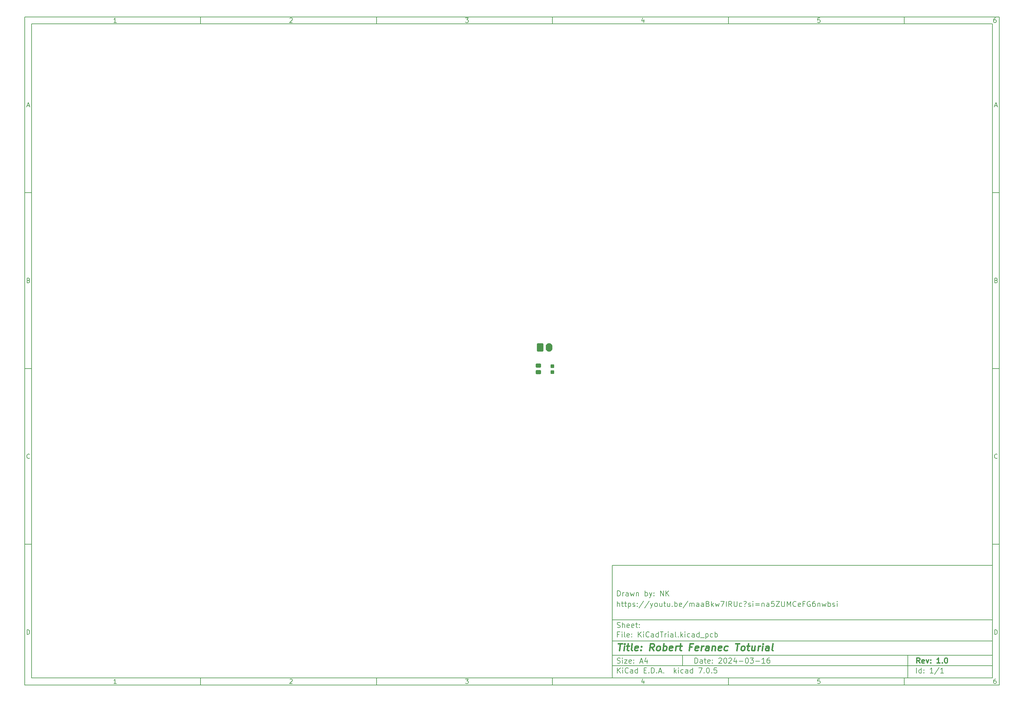
<source format=gbr>
%TF.GenerationSoftware,KiCad,Pcbnew,7.0.5*%
%TF.CreationDate,2024-05-21T11:35:56-04:00*%
%TF.ProjectId,KiCadTrial,4b694361-6454-4726-9961-6c2e6b696361,1.0*%
%TF.SameCoordinates,Original*%
%TF.FileFunction,Soldermask,Top*%
%TF.FilePolarity,Negative*%
%FSLAX46Y46*%
G04 Gerber Fmt 4.6, Leading zero omitted, Abs format (unit mm)*
G04 Created by KiCad (PCBNEW 7.0.5) date 2024-05-21 11:35:56*
%MOMM*%
%LPD*%
G01*
G04 APERTURE LIST*
G04 Aperture macros list*
%AMRoundRect*
0 Rectangle with rounded corners*
0 $1 Rounding radius*
0 $2 $3 $4 $5 $6 $7 $8 $9 X,Y pos of 4 corners*
0 Add a 4 corners polygon primitive as box body*
4,1,4,$2,$3,$4,$5,$6,$7,$8,$9,$2,$3,0*
0 Add four circle primitives for the rounded corners*
1,1,$1+$1,$2,$3*
1,1,$1+$1,$4,$5*
1,1,$1+$1,$6,$7*
1,1,$1+$1,$8,$9*
0 Add four rect primitives between the rounded corners*
20,1,$1+$1,$2,$3,$4,$5,0*
20,1,$1+$1,$4,$5,$6,$7,0*
20,1,$1+$1,$6,$7,$8,$9,0*
20,1,$1+$1,$8,$9,$2,$3,0*%
G04 Aperture macros list end*
%ADD10C,0.100000*%
%ADD11C,0.150000*%
%ADD12C,0.300000*%
%ADD13C,0.400000*%
%ADD14RoundRect,0.100000X0.400000X-0.400000X0.400000X0.400000X-0.400000X0.400000X-0.400000X-0.400000X0*%
%ADD15RoundRect,0.350000X-0.620000X-0.845000X0.620000X-0.845000X0.620000X0.845000X-0.620000X0.845000X0*%
%ADD16O,1.940000X2.390000*%
%ADD17RoundRect,0.350000X0.450000X-0.262500X0.450000X0.262500X-0.450000X0.262500X-0.450000X-0.262500X0*%
G04 APERTURE END LIST*
D10*
D11*
X177002200Y-166007200D02*
X285002200Y-166007200D01*
X285002200Y-198007200D01*
X177002200Y-198007200D01*
X177002200Y-166007200D01*
D10*
D11*
X10000000Y-10000000D02*
X287002200Y-10000000D01*
X287002200Y-200007200D01*
X10000000Y-200007200D01*
X10000000Y-10000000D01*
D10*
D11*
X12000000Y-12000000D02*
X285002200Y-12000000D01*
X285002200Y-198007200D01*
X12000000Y-198007200D01*
X12000000Y-12000000D01*
D10*
D11*
X60000000Y-12000000D02*
X60000000Y-10000000D01*
D10*
D11*
X110000000Y-12000000D02*
X110000000Y-10000000D01*
D10*
D11*
X160000000Y-12000000D02*
X160000000Y-10000000D01*
D10*
D11*
X210000000Y-12000000D02*
X210000000Y-10000000D01*
D10*
D11*
X260000000Y-12000000D02*
X260000000Y-10000000D01*
D10*
D11*
X36089160Y-11593604D02*
X35346303Y-11593604D01*
X35717731Y-11593604D02*
X35717731Y-10293604D01*
X35717731Y-10293604D02*
X35593922Y-10479319D01*
X35593922Y-10479319D02*
X35470112Y-10603128D01*
X35470112Y-10603128D02*
X35346303Y-10665033D01*
D10*
D11*
X85346303Y-10417414D02*
X85408207Y-10355509D01*
X85408207Y-10355509D02*
X85532017Y-10293604D01*
X85532017Y-10293604D02*
X85841541Y-10293604D01*
X85841541Y-10293604D02*
X85965350Y-10355509D01*
X85965350Y-10355509D02*
X86027255Y-10417414D01*
X86027255Y-10417414D02*
X86089160Y-10541223D01*
X86089160Y-10541223D02*
X86089160Y-10665033D01*
X86089160Y-10665033D02*
X86027255Y-10850747D01*
X86027255Y-10850747D02*
X85284398Y-11593604D01*
X85284398Y-11593604D02*
X86089160Y-11593604D01*
D10*
D11*
X135284398Y-10293604D02*
X136089160Y-10293604D01*
X136089160Y-10293604D02*
X135655826Y-10788842D01*
X135655826Y-10788842D02*
X135841541Y-10788842D01*
X135841541Y-10788842D02*
X135965350Y-10850747D01*
X135965350Y-10850747D02*
X136027255Y-10912652D01*
X136027255Y-10912652D02*
X136089160Y-11036461D01*
X136089160Y-11036461D02*
X136089160Y-11345985D01*
X136089160Y-11345985D02*
X136027255Y-11469795D01*
X136027255Y-11469795D02*
X135965350Y-11531700D01*
X135965350Y-11531700D02*
X135841541Y-11593604D01*
X135841541Y-11593604D02*
X135470112Y-11593604D01*
X135470112Y-11593604D02*
X135346303Y-11531700D01*
X135346303Y-11531700D02*
X135284398Y-11469795D01*
D10*
D11*
X185965350Y-10726938D02*
X185965350Y-11593604D01*
X185655826Y-10231700D02*
X185346303Y-11160271D01*
X185346303Y-11160271D02*
X186151064Y-11160271D01*
D10*
D11*
X236027255Y-10293604D02*
X235408207Y-10293604D01*
X235408207Y-10293604D02*
X235346303Y-10912652D01*
X235346303Y-10912652D02*
X235408207Y-10850747D01*
X235408207Y-10850747D02*
X235532017Y-10788842D01*
X235532017Y-10788842D02*
X235841541Y-10788842D01*
X235841541Y-10788842D02*
X235965350Y-10850747D01*
X235965350Y-10850747D02*
X236027255Y-10912652D01*
X236027255Y-10912652D02*
X236089160Y-11036461D01*
X236089160Y-11036461D02*
X236089160Y-11345985D01*
X236089160Y-11345985D02*
X236027255Y-11469795D01*
X236027255Y-11469795D02*
X235965350Y-11531700D01*
X235965350Y-11531700D02*
X235841541Y-11593604D01*
X235841541Y-11593604D02*
X235532017Y-11593604D01*
X235532017Y-11593604D02*
X235408207Y-11531700D01*
X235408207Y-11531700D02*
X235346303Y-11469795D01*
D10*
D11*
X285965350Y-10293604D02*
X285717731Y-10293604D01*
X285717731Y-10293604D02*
X285593922Y-10355509D01*
X285593922Y-10355509D02*
X285532017Y-10417414D01*
X285532017Y-10417414D02*
X285408207Y-10603128D01*
X285408207Y-10603128D02*
X285346303Y-10850747D01*
X285346303Y-10850747D02*
X285346303Y-11345985D01*
X285346303Y-11345985D02*
X285408207Y-11469795D01*
X285408207Y-11469795D02*
X285470112Y-11531700D01*
X285470112Y-11531700D02*
X285593922Y-11593604D01*
X285593922Y-11593604D02*
X285841541Y-11593604D01*
X285841541Y-11593604D02*
X285965350Y-11531700D01*
X285965350Y-11531700D02*
X286027255Y-11469795D01*
X286027255Y-11469795D02*
X286089160Y-11345985D01*
X286089160Y-11345985D02*
X286089160Y-11036461D01*
X286089160Y-11036461D02*
X286027255Y-10912652D01*
X286027255Y-10912652D02*
X285965350Y-10850747D01*
X285965350Y-10850747D02*
X285841541Y-10788842D01*
X285841541Y-10788842D02*
X285593922Y-10788842D01*
X285593922Y-10788842D02*
X285470112Y-10850747D01*
X285470112Y-10850747D02*
X285408207Y-10912652D01*
X285408207Y-10912652D02*
X285346303Y-11036461D01*
D10*
D11*
X60000000Y-198007200D02*
X60000000Y-200007200D01*
D10*
D11*
X110000000Y-198007200D02*
X110000000Y-200007200D01*
D10*
D11*
X160000000Y-198007200D02*
X160000000Y-200007200D01*
D10*
D11*
X210000000Y-198007200D02*
X210000000Y-200007200D01*
D10*
D11*
X260000000Y-198007200D02*
X260000000Y-200007200D01*
D10*
D11*
X36089160Y-199600804D02*
X35346303Y-199600804D01*
X35717731Y-199600804D02*
X35717731Y-198300804D01*
X35717731Y-198300804D02*
X35593922Y-198486519D01*
X35593922Y-198486519D02*
X35470112Y-198610328D01*
X35470112Y-198610328D02*
X35346303Y-198672233D01*
D10*
D11*
X85346303Y-198424614D02*
X85408207Y-198362709D01*
X85408207Y-198362709D02*
X85532017Y-198300804D01*
X85532017Y-198300804D02*
X85841541Y-198300804D01*
X85841541Y-198300804D02*
X85965350Y-198362709D01*
X85965350Y-198362709D02*
X86027255Y-198424614D01*
X86027255Y-198424614D02*
X86089160Y-198548423D01*
X86089160Y-198548423D02*
X86089160Y-198672233D01*
X86089160Y-198672233D02*
X86027255Y-198857947D01*
X86027255Y-198857947D02*
X85284398Y-199600804D01*
X85284398Y-199600804D02*
X86089160Y-199600804D01*
D10*
D11*
X135284398Y-198300804D02*
X136089160Y-198300804D01*
X136089160Y-198300804D02*
X135655826Y-198796042D01*
X135655826Y-198796042D02*
X135841541Y-198796042D01*
X135841541Y-198796042D02*
X135965350Y-198857947D01*
X135965350Y-198857947D02*
X136027255Y-198919852D01*
X136027255Y-198919852D02*
X136089160Y-199043661D01*
X136089160Y-199043661D02*
X136089160Y-199353185D01*
X136089160Y-199353185D02*
X136027255Y-199476995D01*
X136027255Y-199476995D02*
X135965350Y-199538900D01*
X135965350Y-199538900D02*
X135841541Y-199600804D01*
X135841541Y-199600804D02*
X135470112Y-199600804D01*
X135470112Y-199600804D02*
X135346303Y-199538900D01*
X135346303Y-199538900D02*
X135284398Y-199476995D01*
D10*
D11*
X185965350Y-198734138D02*
X185965350Y-199600804D01*
X185655826Y-198238900D02*
X185346303Y-199167471D01*
X185346303Y-199167471D02*
X186151064Y-199167471D01*
D10*
D11*
X236027255Y-198300804D02*
X235408207Y-198300804D01*
X235408207Y-198300804D02*
X235346303Y-198919852D01*
X235346303Y-198919852D02*
X235408207Y-198857947D01*
X235408207Y-198857947D02*
X235532017Y-198796042D01*
X235532017Y-198796042D02*
X235841541Y-198796042D01*
X235841541Y-198796042D02*
X235965350Y-198857947D01*
X235965350Y-198857947D02*
X236027255Y-198919852D01*
X236027255Y-198919852D02*
X236089160Y-199043661D01*
X236089160Y-199043661D02*
X236089160Y-199353185D01*
X236089160Y-199353185D02*
X236027255Y-199476995D01*
X236027255Y-199476995D02*
X235965350Y-199538900D01*
X235965350Y-199538900D02*
X235841541Y-199600804D01*
X235841541Y-199600804D02*
X235532017Y-199600804D01*
X235532017Y-199600804D02*
X235408207Y-199538900D01*
X235408207Y-199538900D02*
X235346303Y-199476995D01*
D10*
D11*
X285965350Y-198300804D02*
X285717731Y-198300804D01*
X285717731Y-198300804D02*
X285593922Y-198362709D01*
X285593922Y-198362709D02*
X285532017Y-198424614D01*
X285532017Y-198424614D02*
X285408207Y-198610328D01*
X285408207Y-198610328D02*
X285346303Y-198857947D01*
X285346303Y-198857947D02*
X285346303Y-199353185D01*
X285346303Y-199353185D02*
X285408207Y-199476995D01*
X285408207Y-199476995D02*
X285470112Y-199538900D01*
X285470112Y-199538900D02*
X285593922Y-199600804D01*
X285593922Y-199600804D02*
X285841541Y-199600804D01*
X285841541Y-199600804D02*
X285965350Y-199538900D01*
X285965350Y-199538900D02*
X286027255Y-199476995D01*
X286027255Y-199476995D02*
X286089160Y-199353185D01*
X286089160Y-199353185D02*
X286089160Y-199043661D01*
X286089160Y-199043661D02*
X286027255Y-198919852D01*
X286027255Y-198919852D02*
X285965350Y-198857947D01*
X285965350Y-198857947D02*
X285841541Y-198796042D01*
X285841541Y-198796042D02*
X285593922Y-198796042D01*
X285593922Y-198796042D02*
X285470112Y-198857947D01*
X285470112Y-198857947D02*
X285408207Y-198919852D01*
X285408207Y-198919852D02*
X285346303Y-199043661D01*
D10*
D11*
X10000000Y-60000000D02*
X12000000Y-60000000D01*
D10*
D11*
X10000000Y-110000000D02*
X12000000Y-110000000D01*
D10*
D11*
X10000000Y-160000000D02*
X12000000Y-160000000D01*
D10*
D11*
X10690476Y-35222176D02*
X11309523Y-35222176D01*
X10566666Y-35593604D02*
X10999999Y-34293604D01*
X10999999Y-34293604D02*
X11433333Y-35593604D01*
D10*
D11*
X11092857Y-84912652D02*
X11278571Y-84974557D01*
X11278571Y-84974557D02*
X11340476Y-85036461D01*
X11340476Y-85036461D02*
X11402380Y-85160271D01*
X11402380Y-85160271D02*
X11402380Y-85345985D01*
X11402380Y-85345985D02*
X11340476Y-85469795D01*
X11340476Y-85469795D02*
X11278571Y-85531700D01*
X11278571Y-85531700D02*
X11154761Y-85593604D01*
X11154761Y-85593604D02*
X10659523Y-85593604D01*
X10659523Y-85593604D02*
X10659523Y-84293604D01*
X10659523Y-84293604D02*
X11092857Y-84293604D01*
X11092857Y-84293604D02*
X11216666Y-84355509D01*
X11216666Y-84355509D02*
X11278571Y-84417414D01*
X11278571Y-84417414D02*
X11340476Y-84541223D01*
X11340476Y-84541223D02*
X11340476Y-84665033D01*
X11340476Y-84665033D02*
X11278571Y-84788842D01*
X11278571Y-84788842D02*
X11216666Y-84850747D01*
X11216666Y-84850747D02*
X11092857Y-84912652D01*
X11092857Y-84912652D02*
X10659523Y-84912652D01*
D10*
D11*
X11402380Y-135469795D02*
X11340476Y-135531700D01*
X11340476Y-135531700D02*
X11154761Y-135593604D01*
X11154761Y-135593604D02*
X11030952Y-135593604D01*
X11030952Y-135593604D02*
X10845238Y-135531700D01*
X10845238Y-135531700D02*
X10721428Y-135407890D01*
X10721428Y-135407890D02*
X10659523Y-135284080D01*
X10659523Y-135284080D02*
X10597619Y-135036461D01*
X10597619Y-135036461D02*
X10597619Y-134850747D01*
X10597619Y-134850747D02*
X10659523Y-134603128D01*
X10659523Y-134603128D02*
X10721428Y-134479319D01*
X10721428Y-134479319D02*
X10845238Y-134355509D01*
X10845238Y-134355509D02*
X11030952Y-134293604D01*
X11030952Y-134293604D02*
X11154761Y-134293604D01*
X11154761Y-134293604D02*
X11340476Y-134355509D01*
X11340476Y-134355509D02*
X11402380Y-134417414D01*
D10*
D11*
X10659523Y-185593604D02*
X10659523Y-184293604D01*
X10659523Y-184293604D02*
X10969047Y-184293604D01*
X10969047Y-184293604D02*
X11154761Y-184355509D01*
X11154761Y-184355509D02*
X11278571Y-184479319D01*
X11278571Y-184479319D02*
X11340476Y-184603128D01*
X11340476Y-184603128D02*
X11402380Y-184850747D01*
X11402380Y-184850747D02*
X11402380Y-185036461D01*
X11402380Y-185036461D02*
X11340476Y-185284080D01*
X11340476Y-185284080D02*
X11278571Y-185407890D01*
X11278571Y-185407890D02*
X11154761Y-185531700D01*
X11154761Y-185531700D02*
X10969047Y-185593604D01*
X10969047Y-185593604D02*
X10659523Y-185593604D01*
D10*
D11*
X287002200Y-60000000D02*
X285002200Y-60000000D01*
D10*
D11*
X287002200Y-110000000D02*
X285002200Y-110000000D01*
D10*
D11*
X287002200Y-160000000D02*
X285002200Y-160000000D01*
D10*
D11*
X285692676Y-35222176D02*
X286311723Y-35222176D01*
X285568866Y-35593604D02*
X286002199Y-34293604D01*
X286002199Y-34293604D02*
X286435533Y-35593604D01*
D10*
D11*
X286095057Y-84912652D02*
X286280771Y-84974557D01*
X286280771Y-84974557D02*
X286342676Y-85036461D01*
X286342676Y-85036461D02*
X286404580Y-85160271D01*
X286404580Y-85160271D02*
X286404580Y-85345985D01*
X286404580Y-85345985D02*
X286342676Y-85469795D01*
X286342676Y-85469795D02*
X286280771Y-85531700D01*
X286280771Y-85531700D02*
X286156961Y-85593604D01*
X286156961Y-85593604D02*
X285661723Y-85593604D01*
X285661723Y-85593604D02*
X285661723Y-84293604D01*
X285661723Y-84293604D02*
X286095057Y-84293604D01*
X286095057Y-84293604D02*
X286218866Y-84355509D01*
X286218866Y-84355509D02*
X286280771Y-84417414D01*
X286280771Y-84417414D02*
X286342676Y-84541223D01*
X286342676Y-84541223D02*
X286342676Y-84665033D01*
X286342676Y-84665033D02*
X286280771Y-84788842D01*
X286280771Y-84788842D02*
X286218866Y-84850747D01*
X286218866Y-84850747D02*
X286095057Y-84912652D01*
X286095057Y-84912652D02*
X285661723Y-84912652D01*
D10*
D11*
X286404580Y-135469795D02*
X286342676Y-135531700D01*
X286342676Y-135531700D02*
X286156961Y-135593604D01*
X286156961Y-135593604D02*
X286033152Y-135593604D01*
X286033152Y-135593604D02*
X285847438Y-135531700D01*
X285847438Y-135531700D02*
X285723628Y-135407890D01*
X285723628Y-135407890D02*
X285661723Y-135284080D01*
X285661723Y-135284080D02*
X285599819Y-135036461D01*
X285599819Y-135036461D02*
X285599819Y-134850747D01*
X285599819Y-134850747D02*
X285661723Y-134603128D01*
X285661723Y-134603128D02*
X285723628Y-134479319D01*
X285723628Y-134479319D02*
X285847438Y-134355509D01*
X285847438Y-134355509D02*
X286033152Y-134293604D01*
X286033152Y-134293604D02*
X286156961Y-134293604D01*
X286156961Y-134293604D02*
X286342676Y-134355509D01*
X286342676Y-134355509D02*
X286404580Y-134417414D01*
D10*
D11*
X285661723Y-185593604D02*
X285661723Y-184293604D01*
X285661723Y-184293604D02*
X285971247Y-184293604D01*
X285971247Y-184293604D02*
X286156961Y-184355509D01*
X286156961Y-184355509D02*
X286280771Y-184479319D01*
X286280771Y-184479319D02*
X286342676Y-184603128D01*
X286342676Y-184603128D02*
X286404580Y-184850747D01*
X286404580Y-184850747D02*
X286404580Y-185036461D01*
X286404580Y-185036461D02*
X286342676Y-185284080D01*
X286342676Y-185284080D02*
X286280771Y-185407890D01*
X286280771Y-185407890D02*
X286156961Y-185531700D01*
X286156961Y-185531700D02*
X285971247Y-185593604D01*
X285971247Y-185593604D02*
X285661723Y-185593604D01*
D10*
D11*
X200458026Y-193793328D02*
X200458026Y-192293328D01*
X200458026Y-192293328D02*
X200815169Y-192293328D01*
X200815169Y-192293328D02*
X201029455Y-192364757D01*
X201029455Y-192364757D02*
X201172312Y-192507614D01*
X201172312Y-192507614D02*
X201243741Y-192650471D01*
X201243741Y-192650471D02*
X201315169Y-192936185D01*
X201315169Y-192936185D02*
X201315169Y-193150471D01*
X201315169Y-193150471D02*
X201243741Y-193436185D01*
X201243741Y-193436185D02*
X201172312Y-193579042D01*
X201172312Y-193579042D02*
X201029455Y-193721900D01*
X201029455Y-193721900D02*
X200815169Y-193793328D01*
X200815169Y-193793328D02*
X200458026Y-193793328D01*
X202600884Y-193793328D02*
X202600884Y-193007614D01*
X202600884Y-193007614D02*
X202529455Y-192864757D01*
X202529455Y-192864757D02*
X202386598Y-192793328D01*
X202386598Y-192793328D02*
X202100884Y-192793328D01*
X202100884Y-192793328D02*
X201958026Y-192864757D01*
X202600884Y-193721900D02*
X202458026Y-193793328D01*
X202458026Y-193793328D02*
X202100884Y-193793328D01*
X202100884Y-193793328D02*
X201958026Y-193721900D01*
X201958026Y-193721900D02*
X201886598Y-193579042D01*
X201886598Y-193579042D02*
X201886598Y-193436185D01*
X201886598Y-193436185D02*
X201958026Y-193293328D01*
X201958026Y-193293328D02*
X202100884Y-193221900D01*
X202100884Y-193221900D02*
X202458026Y-193221900D01*
X202458026Y-193221900D02*
X202600884Y-193150471D01*
X203100884Y-192793328D02*
X203672312Y-192793328D01*
X203315169Y-192293328D02*
X203315169Y-193579042D01*
X203315169Y-193579042D02*
X203386598Y-193721900D01*
X203386598Y-193721900D02*
X203529455Y-193793328D01*
X203529455Y-193793328D02*
X203672312Y-193793328D01*
X204743741Y-193721900D02*
X204600884Y-193793328D01*
X204600884Y-193793328D02*
X204315170Y-193793328D01*
X204315170Y-193793328D02*
X204172312Y-193721900D01*
X204172312Y-193721900D02*
X204100884Y-193579042D01*
X204100884Y-193579042D02*
X204100884Y-193007614D01*
X204100884Y-193007614D02*
X204172312Y-192864757D01*
X204172312Y-192864757D02*
X204315170Y-192793328D01*
X204315170Y-192793328D02*
X204600884Y-192793328D01*
X204600884Y-192793328D02*
X204743741Y-192864757D01*
X204743741Y-192864757D02*
X204815170Y-193007614D01*
X204815170Y-193007614D02*
X204815170Y-193150471D01*
X204815170Y-193150471D02*
X204100884Y-193293328D01*
X205458026Y-193650471D02*
X205529455Y-193721900D01*
X205529455Y-193721900D02*
X205458026Y-193793328D01*
X205458026Y-193793328D02*
X205386598Y-193721900D01*
X205386598Y-193721900D02*
X205458026Y-193650471D01*
X205458026Y-193650471D02*
X205458026Y-193793328D01*
X205458026Y-192864757D02*
X205529455Y-192936185D01*
X205529455Y-192936185D02*
X205458026Y-193007614D01*
X205458026Y-193007614D02*
X205386598Y-192936185D01*
X205386598Y-192936185D02*
X205458026Y-192864757D01*
X205458026Y-192864757D02*
X205458026Y-193007614D01*
X207243741Y-192436185D02*
X207315169Y-192364757D01*
X207315169Y-192364757D02*
X207458027Y-192293328D01*
X207458027Y-192293328D02*
X207815169Y-192293328D01*
X207815169Y-192293328D02*
X207958027Y-192364757D01*
X207958027Y-192364757D02*
X208029455Y-192436185D01*
X208029455Y-192436185D02*
X208100884Y-192579042D01*
X208100884Y-192579042D02*
X208100884Y-192721900D01*
X208100884Y-192721900D02*
X208029455Y-192936185D01*
X208029455Y-192936185D02*
X207172312Y-193793328D01*
X207172312Y-193793328D02*
X208100884Y-193793328D01*
X209029455Y-192293328D02*
X209172312Y-192293328D01*
X209172312Y-192293328D02*
X209315169Y-192364757D01*
X209315169Y-192364757D02*
X209386598Y-192436185D01*
X209386598Y-192436185D02*
X209458026Y-192579042D01*
X209458026Y-192579042D02*
X209529455Y-192864757D01*
X209529455Y-192864757D02*
X209529455Y-193221900D01*
X209529455Y-193221900D02*
X209458026Y-193507614D01*
X209458026Y-193507614D02*
X209386598Y-193650471D01*
X209386598Y-193650471D02*
X209315169Y-193721900D01*
X209315169Y-193721900D02*
X209172312Y-193793328D01*
X209172312Y-193793328D02*
X209029455Y-193793328D01*
X209029455Y-193793328D02*
X208886598Y-193721900D01*
X208886598Y-193721900D02*
X208815169Y-193650471D01*
X208815169Y-193650471D02*
X208743740Y-193507614D01*
X208743740Y-193507614D02*
X208672312Y-193221900D01*
X208672312Y-193221900D02*
X208672312Y-192864757D01*
X208672312Y-192864757D02*
X208743740Y-192579042D01*
X208743740Y-192579042D02*
X208815169Y-192436185D01*
X208815169Y-192436185D02*
X208886598Y-192364757D01*
X208886598Y-192364757D02*
X209029455Y-192293328D01*
X210100883Y-192436185D02*
X210172311Y-192364757D01*
X210172311Y-192364757D02*
X210315169Y-192293328D01*
X210315169Y-192293328D02*
X210672311Y-192293328D01*
X210672311Y-192293328D02*
X210815169Y-192364757D01*
X210815169Y-192364757D02*
X210886597Y-192436185D01*
X210886597Y-192436185D02*
X210958026Y-192579042D01*
X210958026Y-192579042D02*
X210958026Y-192721900D01*
X210958026Y-192721900D02*
X210886597Y-192936185D01*
X210886597Y-192936185D02*
X210029454Y-193793328D01*
X210029454Y-193793328D02*
X210958026Y-193793328D01*
X212243740Y-192793328D02*
X212243740Y-193793328D01*
X211886597Y-192221900D02*
X211529454Y-193293328D01*
X211529454Y-193293328D02*
X212458025Y-193293328D01*
X213029453Y-193221900D02*
X214172311Y-193221900D01*
X215172311Y-192293328D02*
X215315168Y-192293328D01*
X215315168Y-192293328D02*
X215458025Y-192364757D01*
X215458025Y-192364757D02*
X215529454Y-192436185D01*
X215529454Y-192436185D02*
X215600882Y-192579042D01*
X215600882Y-192579042D02*
X215672311Y-192864757D01*
X215672311Y-192864757D02*
X215672311Y-193221900D01*
X215672311Y-193221900D02*
X215600882Y-193507614D01*
X215600882Y-193507614D02*
X215529454Y-193650471D01*
X215529454Y-193650471D02*
X215458025Y-193721900D01*
X215458025Y-193721900D02*
X215315168Y-193793328D01*
X215315168Y-193793328D02*
X215172311Y-193793328D01*
X215172311Y-193793328D02*
X215029454Y-193721900D01*
X215029454Y-193721900D02*
X214958025Y-193650471D01*
X214958025Y-193650471D02*
X214886596Y-193507614D01*
X214886596Y-193507614D02*
X214815168Y-193221900D01*
X214815168Y-193221900D02*
X214815168Y-192864757D01*
X214815168Y-192864757D02*
X214886596Y-192579042D01*
X214886596Y-192579042D02*
X214958025Y-192436185D01*
X214958025Y-192436185D02*
X215029454Y-192364757D01*
X215029454Y-192364757D02*
X215172311Y-192293328D01*
X216172310Y-192293328D02*
X217100882Y-192293328D01*
X217100882Y-192293328D02*
X216600882Y-192864757D01*
X216600882Y-192864757D02*
X216815167Y-192864757D01*
X216815167Y-192864757D02*
X216958025Y-192936185D01*
X216958025Y-192936185D02*
X217029453Y-193007614D01*
X217029453Y-193007614D02*
X217100882Y-193150471D01*
X217100882Y-193150471D02*
X217100882Y-193507614D01*
X217100882Y-193507614D02*
X217029453Y-193650471D01*
X217029453Y-193650471D02*
X216958025Y-193721900D01*
X216958025Y-193721900D02*
X216815167Y-193793328D01*
X216815167Y-193793328D02*
X216386596Y-193793328D01*
X216386596Y-193793328D02*
X216243739Y-193721900D01*
X216243739Y-193721900D02*
X216172310Y-193650471D01*
X217743738Y-193221900D02*
X218886596Y-193221900D01*
X220386596Y-193793328D02*
X219529453Y-193793328D01*
X219958024Y-193793328D02*
X219958024Y-192293328D01*
X219958024Y-192293328D02*
X219815167Y-192507614D01*
X219815167Y-192507614D02*
X219672310Y-192650471D01*
X219672310Y-192650471D02*
X219529453Y-192721900D01*
X221672310Y-192293328D02*
X221386595Y-192293328D01*
X221386595Y-192293328D02*
X221243738Y-192364757D01*
X221243738Y-192364757D02*
X221172310Y-192436185D01*
X221172310Y-192436185D02*
X221029452Y-192650471D01*
X221029452Y-192650471D02*
X220958024Y-192936185D01*
X220958024Y-192936185D02*
X220958024Y-193507614D01*
X220958024Y-193507614D02*
X221029452Y-193650471D01*
X221029452Y-193650471D02*
X221100881Y-193721900D01*
X221100881Y-193721900D02*
X221243738Y-193793328D01*
X221243738Y-193793328D02*
X221529452Y-193793328D01*
X221529452Y-193793328D02*
X221672310Y-193721900D01*
X221672310Y-193721900D02*
X221743738Y-193650471D01*
X221743738Y-193650471D02*
X221815167Y-193507614D01*
X221815167Y-193507614D02*
X221815167Y-193150471D01*
X221815167Y-193150471D02*
X221743738Y-193007614D01*
X221743738Y-193007614D02*
X221672310Y-192936185D01*
X221672310Y-192936185D02*
X221529452Y-192864757D01*
X221529452Y-192864757D02*
X221243738Y-192864757D01*
X221243738Y-192864757D02*
X221100881Y-192936185D01*
X221100881Y-192936185D02*
X221029452Y-193007614D01*
X221029452Y-193007614D02*
X220958024Y-193150471D01*
D10*
D11*
X177002200Y-194507200D02*
X285002200Y-194507200D01*
D10*
D11*
X178458026Y-196593328D02*
X178458026Y-195093328D01*
X179315169Y-196593328D02*
X178672312Y-195736185D01*
X179315169Y-195093328D02*
X178458026Y-195950471D01*
X179958026Y-196593328D02*
X179958026Y-195593328D01*
X179958026Y-195093328D02*
X179886598Y-195164757D01*
X179886598Y-195164757D02*
X179958026Y-195236185D01*
X179958026Y-195236185D02*
X180029455Y-195164757D01*
X180029455Y-195164757D02*
X179958026Y-195093328D01*
X179958026Y-195093328D02*
X179958026Y-195236185D01*
X181529455Y-196450471D02*
X181458027Y-196521900D01*
X181458027Y-196521900D02*
X181243741Y-196593328D01*
X181243741Y-196593328D02*
X181100884Y-196593328D01*
X181100884Y-196593328D02*
X180886598Y-196521900D01*
X180886598Y-196521900D02*
X180743741Y-196379042D01*
X180743741Y-196379042D02*
X180672312Y-196236185D01*
X180672312Y-196236185D02*
X180600884Y-195950471D01*
X180600884Y-195950471D02*
X180600884Y-195736185D01*
X180600884Y-195736185D02*
X180672312Y-195450471D01*
X180672312Y-195450471D02*
X180743741Y-195307614D01*
X180743741Y-195307614D02*
X180886598Y-195164757D01*
X180886598Y-195164757D02*
X181100884Y-195093328D01*
X181100884Y-195093328D02*
X181243741Y-195093328D01*
X181243741Y-195093328D02*
X181458027Y-195164757D01*
X181458027Y-195164757D02*
X181529455Y-195236185D01*
X182815170Y-196593328D02*
X182815170Y-195807614D01*
X182815170Y-195807614D02*
X182743741Y-195664757D01*
X182743741Y-195664757D02*
X182600884Y-195593328D01*
X182600884Y-195593328D02*
X182315170Y-195593328D01*
X182315170Y-195593328D02*
X182172312Y-195664757D01*
X182815170Y-196521900D02*
X182672312Y-196593328D01*
X182672312Y-196593328D02*
X182315170Y-196593328D01*
X182315170Y-196593328D02*
X182172312Y-196521900D01*
X182172312Y-196521900D02*
X182100884Y-196379042D01*
X182100884Y-196379042D02*
X182100884Y-196236185D01*
X182100884Y-196236185D02*
X182172312Y-196093328D01*
X182172312Y-196093328D02*
X182315170Y-196021900D01*
X182315170Y-196021900D02*
X182672312Y-196021900D01*
X182672312Y-196021900D02*
X182815170Y-195950471D01*
X184172313Y-196593328D02*
X184172313Y-195093328D01*
X184172313Y-196521900D02*
X184029455Y-196593328D01*
X184029455Y-196593328D02*
X183743741Y-196593328D01*
X183743741Y-196593328D02*
X183600884Y-196521900D01*
X183600884Y-196521900D02*
X183529455Y-196450471D01*
X183529455Y-196450471D02*
X183458027Y-196307614D01*
X183458027Y-196307614D02*
X183458027Y-195879042D01*
X183458027Y-195879042D02*
X183529455Y-195736185D01*
X183529455Y-195736185D02*
X183600884Y-195664757D01*
X183600884Y-195664757D02*
X183743741Y-195593328D01*
X183743741Y-195593328D02*
X184029455Y-195593328D01*
X184029455Y-195593328D02*
X184172313Y-195664757D01*
X186029455Y-195807614D02*
X186529455Y-195807614D01*
X186743741Y-196593328D02*
X186029455Y-196593328D01*
X186029455Y-196593328D02*
X186029455Y-195093328D01*
X186029455Y-195093328D02*
X186743741Y-195093328D01*
X187386598Y-196450471D02*
X187458027Y-196521900D01*
X187458027Y-196521900D02*
X187386598Y-196593328D01*
X187386598Y-196593328D02*
X187315170Y-196521900D01*
X187315170Y-196521900D02*
X187386598Y-196450471D01*
X187386598Y-196450471D02*
X187386598Y-196593328D01*
X188100884Y-196593328D02*
X188100884Y-195093328D01*
X188100884Y-195093328D02*
X188458027Y-195093328D01*
X188458027Y-195093328D02*
X188672313Y-195164757D01*
X188672313Y-195164757D02*
X188815170Y-195307614D01*
X188815170Y-195307614D02*
X188886599Y-195450471D01*
X188886599Y-195450471D02*
X188958027Y-195736185D01*
X188958027Y-195736185D02*
X188958027Y-195950471D01*
X188958027Y-195950471D02*
X188886599Y-196236185D01*
X188886599Y-196236185D02*
X188815170Y-196379042D01*
X188815170Y-196379042D02*
X188672313Y-196521900D01*
X188672313Y-196521900D02*
X188458027Y-196593328D01*
X188458027Y-196593328D02*
X188100884Y-196593328D01*
X189600884Y-196450471D02*
X189672313Y-196521900D01*
X189672313Y-196521900D02*
X189600884Y-196593328D01*
X189600884Y-196593328D02*
X189529456Y-196521900D01*
X189529456Y-196521900D02*
X189600884Y-196450471D01*
X189600884Y-196450471D02*
X189600884Y-196593328D01*
X190243742Y-196164757D02*
X190958028Y-196164757D01*
X190100885Y-196593328D02*
X190600885Y-195093328D01*
X190600885Y-195093328D02*
X191100885Y-196593328D01*
X191600884Y-196450471D02*
X191672313Y-196521900D01*
X191672313Y-196521900D02*
X191600884Y-196593328D01*
X191600884Y-196593328D02*
X191529456Y-196521900D01*
X191529456Y-196521900D02*
X191600884Y-196450471D01*
X191600884Y-196450471D02*
X191600884Y-196593328D01*
X194600884Y-196593328D02*
X194600884Y-195093328D01*
X194743742Y-196021900D02*
X195172313Y-196593328D01*
X195172313Y-195593328D02*
X194600884Y-196164757D01*
X195815170Y-196593328D02*
X195815170Y-195593328D01*
X195815170Y-195093328D02*
X195743742Y-195164757D01*
X195743742Y-195164757D02*
X195815170Y-195236185D01*
X195815170Y-195236185D02*
X195886599Y-195164757D01*
X195886599Y-195164757D02*
X195815170Y-195093328D01*
X195815170Y-195093328D02*
X195815170Y-195236185D01*
X197172314Y-196521900D02*
X197029456Y-196593328D01*
X197029456Y-196593328D02*
X196743742Y-196593328D01*
X196743742Y-196593328D02*
X196600885Y-196521900D01*
X196600885Y-196521900D02*
X196529456Y-196450471D01*
X196529456Y-196450471D02*
X196458028Y-196307614D01*
X196458028Y-196307614D02*
X196458028Y-195879042D01*
X196458028Y-195879042D02*
X196529456Y-195736185D01*
X196529456Y-195736185D02*
X196600885Y-195664757D01*
X196600885Y-195664757D02*
X196743742Y-195593328D01*
X196743742Y-195593328D02*
X197029456Y-195593328D01*
X197029456Y-195593328D02*
X197172314Y-195664757D01*
X198458028Y-196593328D02*
X198458028Y-195807614D01*
X198458028Y-195807614D02*
X198386599Y-195664757D01*
X198386599Y-195664757D02*
X198243742Y-195593328D01*
X198243742Y-195593328D02*
X197958028Y-195593328D01*
X197958028Y-195593328D02*
X197815170Y-195664757D01*
X198458028Y-196521900D02*
X198315170Y-196593328D01*
X198315170Y-196593328D02*
X197958028Y-196593328D01*
X197958028Y-196593328D02*
X197815170Y-196521900D01*
X197815170Y-196521900D02*
X197743742Y-196379042D01*
X197743742Y-196379042D02*
X197743742Y-196236185D01*
X197743742Y-196236185D02*
X197815170Y-196093328D01*
X197815170Y-196093328D02*
X197958028Y-196021900D01*
X197958028Y-196021900D02*
X198315170Y-196021900D01*
X198315170Y-196021900D02*
X198458028Y-195950471D01*
X199815171Y-196593328D02*
X199815171Y-195093328D01*
X199815171Y-196521900D02*
X199672313Y-196593328D01*
X199672313Y-196593328D02*
X199386599Y-196593328D01*
X199386599Y-196593328D02*
X199243742Y-196521900D01*
X199243742Y-196521900D02*
X199172313Y-196450471D01*
X199172313Y-196450471D02*
X199100885Y-196307614D01*
X199100885Y-196307614D02*
X199100885Y-195879042D01*
X199100885Y-195879042D02*
X199172313Y-195736185D01*
X199172313Y-195736185D02*
X199243742Y-195664757D01*
X199243742Y-195664757D02*
X199386599Y-195593328D01*
X199386599Y-195593328D02*
X199672313Y-195593328D01*
X199672313Y-195593328D02*
X199815171Y-195664757D01*
X201529456Y-195093328D02*
X202529456Y-195093328D01*
X202529456Y-195093328D02*
X201886599Y-196593328D01*
X203100884Y-196450471D02*
X203172313Y-196521900D01*
X203172313Y-196521900D02*
X203100884Y-196593328D01*
X203100884Y-196593328D02*
X203029456Y-196521900D01*
X203029456Y-196521900D02*
X203100884Y-196450471D01*
X203100884Y-196450471D02*
X203100884Y-196593328D01*
X204100885Y-195093328D02*
X204243742Y-195093328D01*
X204243742Y-195093328D02*
X204386599Y-195164757D01*
X204386599Y-195164757D02*
X204458028Y-195236185D01*
X204458028Y-195236185D02*
X204529456Y-195379042D01*
X204529456Y-195379042D02*
X204600885Y-195664757D01*
X204600885Y-195664757D02*
X204600885Y-196021900D01*
X204600885Y-196021900D02*
X204529456Y-196307614D01*
X204529456Y-196307614D02*
X204458028Y-196450471D01*
X204458028Y-196450471D02*
X204386599Y-196521900D01*
X204386599Y-196521900D02*
X204243742Y-196593328D01*
X204243742Y-196593328D02*
X204100885Y-196593328D01*
X204100885Y-196593328D02*
X203958028Y-196521900D01*
X203958028Y-196521900D02*
X203886599Y-196450471D01*
X203886599Y-196450471D02*
X203815170Y-196307614D01*
X203815170Y-196307614D02*
X203743742Y-196021900D01*
X203743742Y-196021900D02*
X203743742Y-195664757D01*
X203743742Y-195664757D02*
X203815170Y-195379042D01*
X203815170Y-195379042D02*
X203886599Y-195236185D01*
X203886599Y-195236185D02*
X203958028Y-195164757D01*
X203958028Y-195164757D02*
X204100885Y-195093328D01*
X205243741Y-196450471D02*
X205315170Y-196521900D01*
X205315170Y-196521900D02*
X205243741Y-196593328D01*
X205243741Y-196593328D02*
X205172313Y-196521900D01*
X205172313Y-196521900D02*
X205243741Y-196450471D01*
X205243741Y-196450471D02*
X205243741Y-196593328D01*
X206672313Y-195093328D02*
X205958027Y-195093328D01*
X205958027Y-195093328D02*
X205886599Y-195807614D01*
X205886599Y-195807614D02*
X205958027Y-195736185D01*
X205958027Y-195736185D02*
X206100885Y-195664757D01*
X206100885Y-195664757D02*
X206458027Y-195664757D01*
X206458027Y-195664757D02*
X206600885Y-195736185D01*
X206600885Y-195736185D02*
X206672313Y-195807614D01*
X206672313Y-195807614D02*
X206743742Y-195950471D01*
X206743742Y-195950471D02*
X206743742Y-196307614D01*
X206743742Y-196307614D02*
X206672313Y-196450471D01*
X206672313Y-196450471D02*
X206600885Y-196521900D01*
X206600885Y-196521900D02*
X206458027Y-196593328D01*
X206458027Y-196593328D02*
X206100885Y-196593328D01*
X206100885Y-196593328D02*
X205958027Y-196521900D01*
X205958027Y-196521900D02*
X205886599Y-196450471D01*
D10*
D11*
X177002200Y-191507200D02*
X285002200Y-191507200D01*
D10*
D12*
X264413853Y-193785528D02*
X263913853Y-193071242D01*
X263556710Y-193785528D02*
X263556710Y-192285528D01*
X263556710Y-192285528D02*
X264128139Y-192285528D01*
X264128139Y-192285528D02*
X264270996Y-192356957D01*
X264270996Y-192356957D02*
X264342425Y-192428385D01*
X264342425Y-192428385D02*
X264413853Y-192571242D01*
X264413853Y-192571242D02*
X264413853Y-192785528D01*
X264413853Y-192785528D02*
X264342425Y-192928385D01*
X264342425Y-192928385D02*
X264270996Y-192999814D01*
X264270996Y-192999814D02*
X264128139Y-193071242D01*
X264128139Y-193071242D02*
X263556710Y-193071242D01*
X265628139Y-193714100D02*
X265485282Y-193785528D01*
X265485282Y-193785528D02*
X265199568Y-193785528D01*
X265199568Y-193785528D02*
X265056710Y-193714100D01*
X265056710Y-193714100D02*
X264985282Y-193571242D01*
X264985282Y-193571242D02*
X264985282Y-192999814D01*
X264985282Y-192999814D02*
X265056710Y-192856957D01*
X265056710Y-192856957D02*
X265199568Y-192785528D01*
X265199568Y-192785528D02*
X265485282Y-192785528D01*
X265485282Y-192785528D02*
X265628139Y-192856957D01*
X265628139Y-192856957D02*
X265699568Y-192999814D01*
X265699568Y-192999814D02*
X265699568Y-193142671D01*
X265699568Y-193142671D02*
X264985282Y-193285528D01*
X266199567Y-192785528D02*
X266556710Y-193785528D01*
X266556710Y-193785528D02*
X266913853Y-192785528D01*
X267485281Y-193642671D02*
X267556710Y-193714100D01*
X267556710Y-193714100D02*
X267485281Y-193785528D01*
X267485281Y-193785528D02*
X267413853Y-193714100D01*
X267413853Y-193714100D02*
X267485281Y-193642671D01*
X267485281Y-193642671D02*
X267485281Y-193785528D01*
X267485281Y-192856957D02*
X267556710Y-192928385D01*
X267556710Y-192928385D02*
X267485281Y-192999814D01*
X267485281Y-192999814D02*
X267413853Y-192928385D01*
X267413853Y-192928385D02*
X267485281Y-192856957D01*
X267485281Y-192856957D02*
X267485281Y-192999814D01*
X270128139Y-193785528D02*
X269270996Y-193785528D01*
X269699567Y-193785528D02*
X269699567Y-192285528D01*
X269699567Y-192285528D02*
X269556710Y-192499814D01*
X269556710Y-192499814D02*
X269413853Y-192642671D01*
X269413853Y-192642671D02*
X269270996Y-192714100D01*
X270770995Y-193642671D02*
X270842424Y-193714100D01*
X270842424Y-193714100D02*
X270770995Y-193785528D01*
X270770995Y-193785528D02*
X270699567Y-193714100D01*
X270699567Y-193714100D02*
X270770995Y-193642671D01*
X270770995Y-193642671D02*
X270770995Y-193785528D01*
X271770996Y-192285528D02*
X271913853Y-192285528D01*
X271913853Y-192285528D02*
X272056710Y-192356957D01*
X272056710Y-192356957D02*
X272128139Y-192428385D01*
X272128139Y-192428385D02*
X272199567Y-192571242D01*
X272199567Y-192571242D02*
X272270996Y-192856957D01*
X272270996Y-192856957D02*
X272270996Y-193214100D01*
X272270996Y-193214100D02*
X272199567Y-193499814D01*
X272199567Y-193499814D02*
X272128139Y-193642671D01*
X272128139Y-193642671D02*
X272056710Y-193714100D01*
X272056710Y-193714100D02*
X271913853Y-193785528D01*
X271913853Y-193785528D02*
X271770996Y-193785528D01*
X271770996Y-193785528D02*
X271628139Y-193714100D01*
X271628139Y-193714100D02*
X271556710Y-193642671D01*
X271556710Y-193642671D02*
X271485281Y-193499814D01*
X271485281Y-193499814D02*
X271413853Y-193214100D01*
X271413853Y-193214100D02*
X271413853Y-192856957D01*
X271413853Y-192856957D02*
X271485281Y-192571242D01*
X271485281Y-192571242D02*
X271556710Y-192428385D01*
X271556710Y-192428385D02*
X271628139Y-192356957D01*
X271628139Y-192356957D02*
X271770996Y-192285528D01*
D10*
D11*
X178386598Y-193721900D02*
X178600884Y-193793328D01*
X178600884Y-193793328D02*
X178958026Y-193793328D01*
X178958026Y-193793328D02*
X179100884Y-193721900D01*
X179100884Y-193721900D02*
X179172312Y-193650471D01*
X179172312Y-193650471D02*
X179243741Y-193507614D01*
X179243741Y-193507614D02*
X179243741Y-193364757D01*
X179243741Y-193364757D02*
X179172312Y-193221900D01*
X179172312Y-193221900D02*
X179100884Y-193150471D01*
X179100884Y-193150471D02*
X178958026Y-193079042D01*
X178958026Y-193079042D02*
X178672312Y-193007614D01*
X178672312Y-193007614D02*
X178529455Y-192936185D01*
X178529455Y-192936185D02*
X178458026Y-192864757D01*
X178458026Y-192864757D02*
X178386598Y-192721900D01*
X178386598Y-192721900D02*
X178386598Y-192579042D01*
X178386598Y-192579042D02*
X178458026Y-192436185D01*
X178458026Y-192436185D02*
X178529455Y-192364757D01*
X178529455Y-192364757D02*
X178672312Y-192293328D01*
X178672312Y-192293328D02*
X179029455Y-192293328D01*
X179029455Y-192293328D02*
X179243741Y-192364757D01*
X179886597Y-193793328D02*
X179886597Y-192793328D01*
X179886597Y-192293328D02*
X179815169Y-192364757D01*
X179815169Y-192364757D02*
X179886597Y-192436185D01*
X179886597Y-192436185D02*
X179958026Y-192364757D01*
X179958026Y-192364757D02*
X179886597Y-192293328D01*
X179886597Y-192293328D02*
X179886597Y-192436185D01*
X180458026Y-192793328D02*
X181243741Y-192793328D01*
X181243741Y-192793328D02*
X180458026Y-193793328D01*
X180458026Y-193793328D02*
X181243741Y-193793328D01*
X182386598Y-193721900D02*
X182243741Y-193793328D01*
X182243741Y-193793328D02*
X181958027Y-193793328D01*
X181958027Y-193793328D02*
X181815169Y-193721900D01*
X181815169Y-193721900D02*
X181743741Y-193579042D01*
X181743741Y-193579042D02*
X181743741Y-193007614D01*
X181743741Y-193007614D02*
X181815169Y-192864757D01*
X181815169Y-192864757D02*
X181958027Y-192793328D01*
X181958027Y-192793328D02*
X182243741Y-192793328D01*
X182243741Y-192793328D02*
X182386598Y-192864757D01*
X182386598Y-192864757D02*
X182458027Y-193007614D01*
X182458027Y-193007614D02*
X182458027Y-193150471D01*
X182458027Y-193150471D02*
X181743741Y-193293328D01*
X183100883Y-193650471D02*
X183172312Y-193721900D01*
X183172312Y-193721900D02*
X183100883Y-193793328D01*
X183100883Y-193793328D02*
X183029455Y-193721900D01*
X183029455Y-193721900D02*
X183100883Y-193650471D01*
X183100883Y-193650471D02*
X183100883Y-193793328D01*
X183100883Y-192864757D02*
X183172312Y-192936185D01*
X183172312Y-192936185D02*
X183100883Y-193007614D01*
X183100883Y-193007614D02*
X183029455Y-192936185D01*
X183029455Y-192936185D02*
X183100883Y-192864757D01*
X183100883Y-192864757D02*
X183100883Y-193007614D01*
X184886598Y-193364757D02*
X185600884Y-193364757D01*
X184743741Y-193793328D02*
X185243741Y-192293328D01*
X185243741Y-192293328D02*
X185743741Y-193793328D01*
X186886598Y-192793328D02*
X186886598Y-193793328D01*
X186529455Y-192221900D02*
X186172312Y-193293328D01*
X186172312Y-193293328D02*
X187100883Y-193293328D01*
D10*
D11*
X263458026Y-196593328D02*
X263458026Y-195093328D01*
X264815170Y-196593328D02*
X264815170Y-195093328D01*
X264815170Y-196521900D02*
X264672312Y-196593328D01*
X264672312Y-196593328D02*
X264386598Y-196593328D01*
X264386598Y-196593328D02*
X264243741Y-196521900D01*
X264243741Y-196521900D02*
X264172312Y-196450471D01*
X264172312Y-196450471D02*
X264100884Y-196307614D01*
X264100884Y-196307614D02*
X264100884Y-195879042D01*
X264100884Y-195879042D02*
X264172312Y-195736185D01*
X264172312Y-195736185D02*
X264243741Y-195664757D01*
X264243741Y-195664757D02*
X264386598Y-195593328D01*
X264386598Y-195593328D02*
X264672312Y-195593328D01*
X264672312Y-195593328D02*
X264815170Y-195664757D01*
X265529455Y-196450471D02*
X265600884Y-196521900D01*
X265600884Y-196521900D02*
X265529455Y-196593328D01*
X265529455Y-196593328D02*
X265458027Y-196521900D01*
X265458027Y-196521900D02*
X265529455Y-196450471D01*
X265529455Y-196450471D02*
X265529455Y-196593328D01*
X265529455Y-195664757D02*
X265600884Y-195736185D01*
X265600884Y-195736185D02*
X265529455Y-195807614D01*
X265529455Y-195807614D02*
X265458027Y-195736185D01*
X265458027Y-195736185D02*
X265529455Y-195664757D01*
X265529455Y-195664757D02*
X265529455Y-195807614D01*
X268172313Y-196593328D02*
X267315170Y-196593328D01*
X267743741Y-196593328D02*
X267743741Y-195093328D01*
X267743741Y-195093328D02*
X267600884Y-195307614D01*
X267600884Y-195307614D02*
X267458027Y-195450471D01*
X267458027Y-195450471D02*
X267315170Y-195521900D01*
X269886598Y-195021900D02*
X268600884Y-196950471D01*
X271172313Y-196593328D02*
X270315170Y-196593328D01*
X270743741Y-196593328D02*
X270743741Y-195093328D01*
X270743741Y-195093328D02*
X270600884Y-195307614D01*
X270600884Y-195307614D02*
X270458027Y-195450471D01*
X270458027Y-195450471D02*
X270315170Y-195521900D01*
D10*
D11*
X177002200Y-187507200D02*
X285002200Y-187507200D01*
D10*
D13*
X178693928Y-188211638D02*
X179836785Y-188211638D01*
X179015357Y-190211638D02*
X179265357Y-188211638D01*
X180253452Y-190211638D02*
X180420119Y-188878304D01*
X180503452Y-188211638D02*
X180396309Y-188306876D01*
X180396309Y-188306876D02*
X180479643Y-188402114D01*
X180479643Y-188402114D02*
X180586786Y-188306876D01*
X180586786Y-188306876D02*
X180503452Y-188211638D01*
X180503452Y-188211638D02*
X180479643Y-188402114D01*
X181086786Y-188878304D02*
X181848690Y-188878304D01*
X181455833Y-188211638D02*
X181241548Y-189925923D01*
X181241548Y-189925923D02*
X181312976Y-190116400D01*
X181312976Y-190116400D02*
X181491548Y-190211638D01*
X181491548Y-190211638D02*
X181682024Y-190211638D01*
X182634405Y-190211638D02*
X182455833Y-190116400D01*
X182455833Y-190116400D02*
X182384405Y-189925923D01*
X182384405Y-189925923D02*
X182598690Y-188211638D01*
X184170119Y-190116400D02*
X183967738Y-190211638D01*
X183967738Y-190211638D02*
X183586785Y-190211638D01*
X183586785Y-190211638D02*
X183408214Y-190116400D01*
X183408214Y-190116400D02*
X183336785Y-189925923D01*
X183336785Y-189925923D02*
X183432024Y-189164019D01*
X183432024Y-189164019D02*
X183551071Y-188973542D01*
X183551071Y-188973542D02*
X183753452Y-188878304D01*
X183753452Y-188878304D02*
X184134404Y-188878304D01*
X184134404Y-188878304D02*
X184312976Y-188973542D01*
X184312976Y-188973542D02*
X184384404Y-189164019D01*
X184384404Y-189164019D02*
X184360595Y-189354495D01*
X184360595Y-189354495D02*
X183384404Y-189544971D01*
X185134405Y-190021161D02*
X185217738Y-190116400D01*
X185217738Y-190116400D02*
X185110595Y-190211638D01*
X185110595Y-190211638D02*
X185027262Y-190116400D01*
X185027262Y-190116400D02*
X185134405Y-190021161D01*
X185134405Y-190021161D02*
X185110595Y-190211638D01*
X185265357Y-188973542D02*
X185348690Y-189068780D01*
X185348690Y-189068780D02*
X185241548Y-189164019D01*
X185241548Y-189164019D02*
X185158214Y-189068780D01*
X185158214Y-189068780D02*
X185265357Y-188973542D01*
X185265357Y-188973542D02*
X185241548Y-189164019D01*
X188729643Y-190211638D02*
X188182024Y-189259257D01*
X187586786Y-190211638D02*
X187836786Y-188211638D01*
X187836786Y-188211638D02*
X188598691Y-188211638D01*
X188598691Y-188211638D02*
X188777262Y-188306876D01*
X188777262Y-188306876D02*
X188860596Y-188402114D01*
X188860596Y-188402114D02*
X188932024Y-188592590D01*
X188932024Y-188592590D02*
X188896310Y-188878304D01*
X188896310Y-188878304D02*
X188777262Y-189068780D01*
X188777262Y-189068780D02*
X188670120Y-189164019D01*
X188670120Y-189164019D02*
X188467739Y-189259257D01*
X188467739Y-189259257D02*
X187705834Y-189259257D01*
X189872501Y-190211638D02*
X189693929Y-190116400D01*
X189693929Y-190116400D02*
X189610596Y-190021161D01*
X189610596Y-190021161D02*
X189539167Y-189830685D01*
X189539167Y-189830685D02*
X189610596Y-189259257D01*
X189610596Y-189259257D02*
X189729643Y-189068780D01*
X189729643Y-189068780D02*
X189836786Y-188973542D01*
X189836786Y-188973542D02*
X190039167Y-188878304D01*
X190039167Y-188878304D02*
X190324881Y-188878304D01*
X190324881Y-188878304D02*
X190503453Y-188973542D01*
X190503453Y-188973542D02*
X190586786Y-189068780D01*
X190586786Y-189068780D02*
X190658215Y-189259257D01*
X190658215Y-189259257D02*
X190586786Y-189830685D01*
X190586786Y-189830685D02*
X190467739Y-190021161D01*
X190467739Y-190021161D02*
X190360596Y-190116400D01*
X190360596Y-190116400D02*
X190158215Y-190211638D01*
X190158215Y-190211638D02*
X189872501Y-190211638D01*
X191396310Y-190211638D02*
X191646310Y-188211638D01*
X191551072Y-188973542D02*
X191753453Y-188878304D01*
X191753453Y-188878304D02*
X192134405Y-188878304D01*
X192134405Y-188878304D02*
X192312977Y-188973542D01*
X192312977Y-188973542D02*
X192396310Y-189068780D01*
X192396310Y-189068780D02*
X192467739Y-189259257D01*
X192467739Y-189259257D02*
X192396310Y-189830685D01*
X192396310Y-189830685D02*
X192277263Y-190021161D01*
X192277263Y-190021161D02*
X192170120Y-190116400D01*
X192170120Y-190116400D02*
X191967739Y-190211638D01*
X191967739Y-190211638D02*
X191586786Y-190211638D01*
X191586786Y-190211638D02*
X191408215Y-190116400D01*
X193979644Y-190116400D02*
X193777263Y-190211638D01*
X193777263Y-190211638D02*
X193396310Y-190211638D01*
X193396310Y-190211638D02*
X193217739Y-190116400D01*
X193217739Y-190116400D02*
X193146310Y-189925923D01*
X193146310Y-189925923D02*
X193241549Y-189164019D01*
X193241549Y-189164019D02*
X193360596Y-188973542D01*
X193360596Y-188973542D02*
X193562977Y-188878304D01*
X193562977Y-188878304D02*
X193943929Y-188878304D01*
X193943929Y-188878304D02*
X194122501Y-188973542D01*
X194122501Y-188973542D02*
X194193929Y-189164019D01*
X194193929Y-189164019D02*
X194170120Y-189354495D01*
X194170120Y-189354495D02*
X193193929Y-189544971D01*
X194920120Y-190211638D02*
X195086787Y-188878304D01*
X195039168Y-189259257D02*
X195158215Y-189068780D01*
X195158215Y-189068780D02*
X195265358Y-188973542D01*
X195265358Y-188973542D02*
X195467739Y-188878304D01*
X195467739Y-188878304D02*
X195658215Y-188878304D01*
X196039168Y-188878304D02*
X196801072Y-188878304D01*
X196408215Y-188211638D02*
X196193930Y-189925923D01*
X196193930Y-189925923D02*
X196265358Y-190116400D01*
X196265358Y-190116400D02*
X196443930Y-190211638D01*
X196443930Y-190211638D02*
X196634406Y-190211638D01*
X199622501Y-189164019D02*
X198955835Y-189164019D01*
X198824882Y-190211638D02*
X199074882Y-188211638D01*
X199074882Y-188211638D02*
X200027263Y-188211638D01*
X201312978Y-190116400D02*
X201110597Y-190211638D01*
X201110597Y-190211638D02*
X200729644Y-190211638D01*
X200729644Y-190211638D02*
X200551073Y-190116400D01*
X200551073Y-190116400D02*
X200479644Y-189925923D01*
X200479644Y-189925923D02*
X200574883Y-189164019D01*
X200574883Y-189164019D02*
X200693930Y-188973542D01*
X200693930Y-188973542D02*
X200896311Y-188878304D01*
X200896311Y-188878304D02*
X201277263Y-188878304D01*
X201277263Y-188878304D02*
X201455835Y-188973542D01*
X201455835Y-188973542D02*
X201527263Y-189164019D01*
X201527263Y-189164019D02*
X201503454Y-189354495D01*
X201503454Y-189354495D02*
X200527263Y-189544971D01*
X202253454Y-190211638D02*
X202420121Y-188878304D01*
X202372502Y-189259257D02*
X202491549Y-189068780D01*
X202491549Y-189068780D02*
X202598692Y-188973542D01*
X202598692Y-188973542D02*
X202801073Y-188878304D01*
X202801073Y-188878304D02*
X202991549Y-188878304D01*
X204348692Y-190211638D02*
X204479644Y-189164019D01*
X204479644Y-189164019D02*
X204408216Y-188973542D01*
X204408216Y-188973542D02*
X204229644Y-188878304D01*
X204229644Y-188878304D02*
X203848692Y-188878304D01*
X203848692Y-188878304D02*
X203646311Y-188973542D01*
X204360597Y-190116400D02*
X204158216Y-190211638D01*
X204158216Y-190211638D02*
X203682025Y-190211638D01*
X203682025Y-190211638D02*
X203503454Y-190116400D01*
X203503454Y-190116400D02*
X203432025Y-189925923D01*
X203432025Y-189925923D02*
X203455835Y-189735447D01*
X203455835Y-189735447D02*
X203574883Y-189544971D01*
X203574883Y-189544971D02*
X203777264Y-189449733D01*
X203777264Y-189449733D02*
X204253454Y-189449733D01*
X204253454Y-189449733D02*
X204455835Y-189354495D01*
X205467740Y-188878304D02*
X205301073Y-190211638D01*
X205443930Y-189068780D02*
X205551073Y-188973542D01*
X205551073Y-188973542D02*
X205753454Y-188878304D01*
X205753454Y-188878304D02*
X206039168Y-188878304D01*
X206039168Y-188878304D02*
X206217740Y-188973542D01*
X206217740Y-188973542D02*
X206289168Y-189164019D01*
X206289168Y-189164019D02*
X206158216Y-190211638D01*
X207884407Y-190116400D02*
X207682026Y-190211638D01*
X207682026Y-190211638D02*
X207301073Y-190211638D01*
X207301073Y-190211638D02*
X207122502Y-190116400D01*
X207122502Y-190116400D02*
X207051073Y-189925923D01*
X207051073Y-189925923D02*
X207146312Y-189164019D01*
X207146312Y-189164019D02*
X207265359Y-188973542D01*
X207265359Y-188973542D02*
X207467740Y-188878304D01*
X207467740Y-188878304D02*
X207848692Y-188878304D01*
X207848692Y-188878304D02*
X208027264Y-188973542D01*
X208027264Y-188973542D02*
X208098692Y-189164019D01*
X208098692Y-189164019D02*
X208074883Y-189354495D01*
X208074883Y-189354495D02*
X207098692Y-189544971D01*
X209693931Y-190116400D02*
X209491550Y-190211638D01*
X209491550Y-190211638D02*
X209110598Y-190211638D01*
X209110598Y-190211638D02*
X208932026Y-190116400D01*
X208932026Y-190116400D02*
X208848693Y-190021161D01*
X208848693Y-190021161D02*
X208777264Y-189830685D01*
X208777264Y-189830685D02*
X208848693Y-189259257D01*
X208848693Y-189259257D02*
X208967740Y-189068780D01*
X208967740Y-189068780D02*
X209074883Y-188973542D01*
X209074883Y-188973542D02*
X209277264Y-188878304D01*
X209277264Y-188878304D02*
X209658217Y-188878304D01*
X209658217Y-188878304D02*
X209836788Y-188973542D01*
X212027265Y-188211638D02*
X213170122Y-188211638D01*
X212348694Y-190211638D02*
X212598694Y-188211638D01*
X213872504Y-190211638D02*
X213693932Y-190116400D01*
X213693932Y-190116400D02*
X213610599Y-190021161D01*
X213610599Y-190021161D02*
X213539170Y-189830685D01*
X213539170Y-189830685D02*
X213610599Y-189259257D01*
X213610599Y-189259257D02*
X213729646Y-189068780D01*
X213729646Y-189068780D02*
X213836789Y-188973542D01*
X213836789Y-188973542D02*
X214039170Y-188878304D01*
X214039170Y-188878304D02*
X214324884Y-188878304D01*
X214324884Y-188878304D02*
X214503456Y-188973542D01*
X214503456Y-188973542D02*
X214586789Y-189068780D01*
X214586789Y-189068780D02*
X214658218Y-189259257D01*
X214658218Y-189259257D02*
X214586789Y-189830685D01*
X214586789Y-189830685D02*
X214467742Y-190021161D01*
X214467742Y-190021161D02*
X214360599Y-190116400D01*
X214360599Y-190116400D02*
X214158218Y-190211638D01*
X214158218Y-190211638D02*
X213872504Y-190211638D01*
X215277266Y-188878304D02*
X216039170Y-188878304D01*
X215646313Y-188211638D02*
X215432028Y-189925923D01*
X215432028Y-189925923D02*
X215503456Y-190116400D01*
X215503456Y-190116400D02*
X215682028Y-190211638D01*
X215682028Y-190211638D02*
X215872504Y-190211638D01*
X217562980Y-188878304D02*
X217396313Y-190211638D01*
X216705837Y-188878304D02*
X216574885Y-189925923D01*
X216574885Y-189925923D02*
X216646313Y-190116400D01*
X216646313Y-190116400D02*
X216824885Y-190211638D01*
X216824885Y-190211638D02*
X217110599Y-190211638D01*
X217110599Y-190211638D02*
X217312980Y-190116400D01*
X217312980Y-190116400D02*
X217420123Y-190021161D01*
X218348694Y-190211638D02*
X218515361Y-188878304D01*
X218467742Y-189259257D02*
X218586789Y-189068780D01*
X218586789Y-189068780D02*
X218693932Y-188973542D01*
X218693932Y-188973542D02*
X218896313Y-188878304D01*
X218896313Y-188878304D02*
X219086789Y-188878304D01*
X219586789Y-190211638D02*
X219753456Y-188878304D01*
X219836789Y-188211638D02*
X219729646Y-188306876D01*
X219729646Y-188306876D02*
X219812980Y-188402114D01*
X219812980Y-188402114D02*
X219920123Y-188306876D01*
X219920123Y-188306876D02*
X219836789Y-188211638D01*
X219836789Y-188211638D02*
X219812980Y-188402114D01*
X221396313Y-190211638D02*
X221527265Y-189164019D01*
X221527265Y-189164019D02*
X221455837Y-188973542D01*
X221455837Y-188973542D02*
X221277265Y-188878304D01*
X221277265Y-188878304D02*
X220896313Y-188878304D01*
X220896313Y-188878304D02*
X220693932Y-188973542D01*
X221408218Y-190116400D02*
X221205837Y-190211638D01*
X221205837Y-190211638D02*
X220729646Y-190211638D01*
X220729646Y-190211638D02*
X220551075Y-190116400D01*
X220551075Y-190116400D02*
X220479646Y-189925923D01*
X220479646Y-189925923D02*
X220503456Y-189735447D01*
X220503456Y-189735447D02*
X220622504Y-189544971D01*
X220622504Y-189544971D02*
X220824885Y-189449733D01*
X220824885Y-189449733D02*
X221301075Y-189449733D01*
X221301075Y-189449733D02*
X221503456Y-189354495D01*
X222634409Y-190211638D02*
X222455837Y-190116400D01*
X222455837Y-190116400D02*
X222384409Y-189925923D01*
X222384409Y-189925923D02*
X222598694Y-188211638D01*
D10*
D11*
X178958026Y-185607614D02*
X178458026Y-185607614D01*
X178458026Y-186393328D02*
X178458026Y-184893328D01*
X178458026Y-184893328D02*
X179172312Y-184893328D01*
X179743740Y-186393328D02*
X179743740Y-185393328D01*
X179743740Y-184893328D02*
X179672312Y-184964757D01*
X179672312Y-184964757D02*
X179743740Y-185036185D01*
X179743740Y-185036185D02*
X179815169Y-184964757D01*
X179815169Y-184964757D02*
X179743740Y-184893328D01*
X179743740Y-184893328D02*
X179743740Y-185036185D01*
X180672312Y-186393328D02*
X180529455Y-186321900D01*
X180529455Y-186321900D02*
X180458026Y-186179042D01*
X180458026Y-186179042D02*
X180458026Y-184893328D01*
X181815169Y-186321900D02*
X181672312Y-186393328D01*
X181672312Y-186393328D02*
X181386598Y-186393328D01*
X181386598Y-186393328D02*
X181243740Y-186321900D01*
X181243740Y-186321900D02*
X181172312Y-186179042D01*
X181172312Y-186179042D02*
X181172312Y-185607614D01*
X181172312Y-185607614D02*
X181243740Y-185464757D01*
X181243740Y-185464757D02*
X181386598Y-185393328D01*
X181386598Y-185393328D02*
X181672312Y-185393328D01*
X181672312Y-185393328D02*
X181815169Y-185464757D01*
X181815169Y-185464757D02*
X181886598Y-185607614D01*
X181886598Y-185607614D02*
X181886598Y-185750471D01*
X181886598Y-185750471D02*
X181172312Y-185893328D01*
X182529454Y-186250471D02*
X182600883Y-186321900D01*
X182600883Y-186321900D02*
X182529454Y-186393328D01*
X182529454Y-186393328D02*
X182458026Y-186321900D01*
X182458026Y-186321900D02*
X182529454Y-186250471D01*
X182529454Y-186250471D02*
X182529454Y-186393328D01*
X182529454Y-185464757D02*
X182600883Y-185536185D01*
X182600883Y-185536185D02*
X182529454Y-185607614D01*
X182529454Y-185607614D02*
X182458026Y-185536185D01*
X182458026Y-185536185D02*
X182529454Y-185464757D01*
X182529454Y-185464757D02*
X182529454Y-185607614D01*
X184386597Y-186393328D02*
X184386597Y-184893328D01*
X185243740Y-186393328D02*
X184600883Y-185536185D01*
X185243740Y-184893328D02*
X184386597Y-185750471D01*
X185886597Y-186393328D02*
X185886597Y-185393328D01*
X185886597Y-184893328D02*
X185815169Y-184964757D01*
X185815169Y-184964757D02*
X185886597Y-185036185D01*
X185886597Y-185036185D02*
X185958026Y-184964757D01*
X185958026Y-184964757D02*
X185886597Y-184893328D01*
X185886597Y-184893328D02*
X185886597Y-185036185D01*
X187458026Y-186250471D02*
X187386598Y-186321900D01*
X187386598Y-186321900D02*
X187172312Y-186393328D01*
X187172312Y-186393328D02*
X187029455Y-186393328D01*
X187029455Y-186393328D02*
X186815169Y-186321900D01*
X186815169Y-186321900D02*
X186672312Y-186179042D01*
X186672312Y-186179042D02*
X186600883Y-186036185D01*
X186600883Y-186036185D02*
X186529455Y-185750471D01*
X186529455Y-185750471D02*
X186529455Y-185536185D01*
X186529455Y-185536185D02*
X186600883Y-185250471D01*
X186600883Y-185250471D02*
X186672312Y-185107614D01*
X186672312Y-185107614D02*
X186815169Y-184964757D01*
X186815169Y-184964757D02*
X187029455Y-184893328D01*
X187029455Y-184893328D02*
X187172312Y-184893328D01*
X187172312Y-184893328D02*
X187386598Y-184964757D01*
X187386598Y-184964757D02*
X187458026Y-185036185D01*
X188743741Y-186393328D02*
X188743741Y-185607614D01*
X188743741Y-185607614D02*
X188672312Y-185464757D01*
X188672312Y-185464757D02*
X188529455Y-185393328D01*
X188529455Y-185393328D02*
X188243741Y-185393328D01*
X188243741Y-185393328D02*
X188100883Y-185464757D01*
X188743741Y-186321900D02*
X188600883Y-186393328D01*
X188600883Y-186393328D02*
X188243741Y-186393328D01*
X188243741Y-186393328D02*
X188100883Y-186321900D01*
X188100883Y-186321900D02*
X188029455Y-186179042D01*
X188029455Y-186179042D02*
X188029455Y-186036185D01*
X188029455Y-186036185D02*
X188100883Y-185893328D01*
X188100883Y-185893328D02*
X188243741Y-185821900D01*
X188243741Y-185821900D02*
X188600883Y-185821900D01*
X188600883Y-185821900D02*
X188743741Y-185750471D01*
X190100884Y-186393328D02*
X190100884Y-184893328D01*
X190100884Y-186321900D02*
X189958026Y-186393328D01*
X189958026Y-186393328D02*
X189672312Y-186393328D01*
X189672312Y-186393328D02*
X189529455Y-186321900D01*
X189529455Y-186321900D02*
X189458026Y-186250471D01*
X189458026Y-186250471D02*
X189386598Y-186107614D01*
X189386598Y-186107614D02*
X189386598Y-185679042D01*
X189386598Y-185679042D02*
X189458026Y-185536185D01*
X189458026Y-185536185D02*
X189529455Y-185464757D01*
X189529455Y-185464757D02*
X189672312Y-185393328D01*
X189672312Y-185393328D02*
X189958026Y-185393328D01*
X189958026Y-185393328D02*
X190100884Y-185464757D01*
X190600884Y-184893328D02*
X191458027Y-184893328D01*
X191029455Y-186393328D02*
X191029455Y-184893328D01*
X191958026Y-186393328D02*
X191958026Y-185393328D01*
X191958026Y-185679042D02*
X192029455Y-185536185D01*
X192029455Y-185536185D02*
X192100884Y-185464757D01*
X192100884Y-185464757D02*
X192243741Y-185393328D01*
X192243741Y-185393328D02*
X192386598Y-185393328D01*
X192886597Y-186393328D02*
X192886597Y-185393328D01*
X192886597Y-184893328D02*
X192815169Y-184964757D01*
X192815169Y-184964757D02*
X192886597Y-185036185D01*
X192886597Y-185036185D02*
X192958026Y-184964757D01*
X192958026Y-184964757D02*
X192886597Y-184893328D01*
X192886597Y-184893328D02*
X192886597Y-185036185D01*
X194243741Y-186393328D02*
X194243741Y-185607614D01*
X194243741Y-185607614D02*
X194172312Y-185464757D01*
X194172312Y-185464757D02*
X194029455Y-185393328D01*
X194029455Y-185393328D02*
X193743741Y-185393328D01*
X193743741Y-185393328D02*
X193600883Y-185464757D01*
X194243741Y-186321900D02*
X194100883Y-186393328D01*
X194100883Y-186393328D02*
X193743741Y-186393328D01*
X193743741Y-186393328D02*
X193600883Y-186321900D01*
X193600883Y-186321900D02*
X193529455Y-186179042D01*
X193529455Y-186179042D02*
X193529455Y-186036185D01*
X193529455Y-186036185D02*
X193600883Y-185893328D01*
X193600883Y-185893328D02*
X193743741Y-185821900D01*
X193743741Y-185821900D02*
X194100883Y-185821900D01*
X194100883Y-185821900D02*
X194243741Y-185750471D01*
X195172312Y-186393328D02*
X195029455Y-186321900D01*
X195029455Y-186321900D02*
X194958026Y-186179042D01*
X194958026Y-186179042D02*
X194958026Y-184893328D01*
X195743740Y-186250471D02*
X195815169Y-186321900D01*
X195815169Y-186321900D02*
X195743740Y-186393328D01*
X195743740Y-186393328D02*
X195672312Y-186321900D01*
X195672312Y-186321900D02*
X195743740Y-186250471D01*
X195743740Y-186250471D02*
X195743740Y-186393328D01*
X196458026Y-186393328D02*
X196458026Y-184893328D01*
X196600884Y-185821900D02*
X197029455Y-186393328D01*
X197029455Y-185393328D02*
X196458026Y-185964757D01*
X197672312Y-186393328D02*
X197672312Y-185393328D01*
X197672312Y-184893328D02*
X197600884Y-184964757D01*
X197600884Y-184964757D02*
X197672312Y-185036185D01*
X197672312Y-185036185D02*
X197743741Y-184964757D01*
X197743741Y-184964757D02*
X197672312Y-184893328D01*
X197672312Y-184893328D02*
X197672312Y-185036185D01*
X199029456Y-186321900D02*
X198886598Y-186393328D01*
X198886598Y-186393328D02*
X198600884Y-186393328D01*
X198600884Y-186393328D02*
X198458027Y-186321900D01*
X198458027Y-186321900D02*
X198386598Y-186250471D01*
X198386598Y-186250471D02*
X198315170Y-186107614D01*
X198315170Y-186107614D02*
X198315170Y-185679042D01*
X198315170Y-185679042D02*
X198386598Y-185536185D01*
X198386598Y-185536185D02*
X198458027Y-185464757D01*
X198458027Y-185464757D02*
X198600884Y-185393328D01*
X198600884Y-185393328D02*
X198886598Y-185393328D01*
X198886598Y-185393328D02*
X199029456Y-185464757D01*
X200315170Y-186393328D02*
X200315170Y-185607614D01*
X200315170Y-185607614D02*
X200243741Y-185464757D01*
X200243741Y-185464757D02*
X200100884Y-185393328D01*
X200100884Y-185393328D02*
X199815170Y-185393328D01*
X199815170Y-185393328D02*
X199672312Y-185464757D01*
X200315170Y-186321900D02*
X200172312Y-186393328D01*
X200172312Y-186393328D02*
X199815170Y-186393328D01*
X199815170Y-186393328D02*
X199672312Y-186321900D01*
X199672312Y-186321900D02*
X199600884Y-186179042D01*
X199600884Y-186179042D02*
X199600884Y-186036185D01*
X199600884Y-186036185D02*
X199672312Y-185893328D01*
X199672312Y-185893328D02*
X199815170Y-185821900D01*
X199815170Y-185821900D02*
X200172312Y-185821900D01*
X200172312Y-185821900D02*
X200315170Y-185750471D01*
X201672313Y-186393328D02*
X201672313Y-184893328D01*
X201672313Y-186321900D02*
X201529455Y-186393328D01*
X201529455Y-186393328D02*
X201243741Y-186393328D01*
X201243741Y-186393328D02*
X201100884Y-186321900D01*
X201100884Y-186321900D02*
X201029455Y-186250471D01*
X201029455Y-186250471D02*
X200958027Y-186107614D01*
X200958027Y-186107614D02*
X200958027Y-185679042D01*
X200958027Y-185679042D02*
X201029455Y-185536185D01*
X201029455Y-185536185D02*
X201100884Y-185464757D01*
X201100884Y-185464757D02*
X201243741Y-185393328D01*
X201243741Y-185393328D02*
X201529455Y-185393328D01*
X201529455Y-185393328D02*
X201672313Y-185464757D01*
X202029456Y-186536185D02*
X203172313Y-186536185D01*
X203529455Y-185393328D02*
X203529455Y-186893328D01*
X203529455Y-185464757D02*
X203672313Y-185393328D01*
X203672313Y-185393328D02*
X203958027Y-185393328D01*
X203958027Y-185393328D02*
X204100884Y-185464757D01*
X204100884Y-185464757D02*
X204172313Y-185536185D01*
X204172313Y-185536185D02*
X204243741Y-185679042D01*
X204243741Y-185679042D02*
X204243741Y-186107614D01*
X204243741Y-186107614D02*
X204172313Y-186250471D01*
X204172313Y-186250471D02*
X204100884Y-186321900D01*
X204100884Y-186321900D02*
X203958027Y-186393328D01*
X203958027Y-186393328D02*
X203672313Y-186393328D01*
X203672313Y-186393328D02*
X203529455Y-186321900D01*
X205529456Y-186321900D02*
X205386598Y-186393328D01*
X205386598Y-186393328D02*
X205100884Y-186393328D01*
X205100884Y-186393328D02*
X204958027Y-186321900D01*
X204958027Y-186321900D02*
X204886598Y-186250471D01*
X204886598Y-186250471D02*
X204815170Y-186107614D01*
X204815170Y-186107614D02*
X204815170Y-185679042D01*
X204815170Y-185679042D02*
X204886598Y-185536185D01*
X204886598Y-185536185D02*
X204958027Y-185464757D01*
X204958027Y-185464757D02*
X205100884Y-185393328D01*
X205100884Y-185393328D02*
X205386598Y-185393328D01*
X205386598Y-185393328D02*
X205529456Y-185464757D01*
X206172312Y-186393328D02*
X206172312Y-184893328D01*
X206172312Y-185464757D02*
X206315170Y-185393328D01*
X206315170Y-185393328D02*
X206600884Y-185393328D01*
X206600884Y-185393328D02*
X206743741Y-185464757D01*
X206743741Y-185464757D02*
X206815170Y-185536185D01*
X206815170Y-185536185D02*
X206886598Y-185679042D01*
X206886598Y-185679042D02*
X206886598Y-186107614D01*
X206886598Y-186107614D02*
X206815170Y-186250471D01*
X206815170Y-186250471D02*
X206743741Y-186321900D01*
X206743741Y-186321900D02*
X206600884Y-186393328D01*
X206600884Y-186393328D02*
X206315170Y-186393328D01*
X206315170Y-186393328D02*
X206172312Y-186321900D01*
D10*
D11*
X177002200Y-181507200D02*
X285002200Y-181507200D01*
D10*
D11*
X178386598Y-183621900D02*
X178600884Y-183693328D01*
X178600884Y-183693328D02*
X178958026Y-183693328D01*
X178958026Y-183693328D02*
X179100884Y-183621900D01*
X179100884Y-183621900D02*
X179172312Y-183550471D01*
X179172312Y-183550471D02*
X179243741Y-183407614D01*
X179243741Y-183407614D02*
X179243741Y-183264757D01*
X179243741Y-183264757D02*
X179172312Y-183121900D01*
X179172312Y-183121900D02*
X179100884Y-183050471D01*
X179100884Y-183050471D02*
X178958026Y-182979042D01*
X178958026Y-182979042D02*
X178672312Y-182907614D01*
X178672312Y-182907614D02*
X178529455Y-182836185D01*
X178529455Y-182836185D02*
X178458026Y-182764757D01*
X178458026Y-182764757D02*
X178386598Y-182621900D01*
X178386598Y-182621900D02*
X178386598Y-182479042D01*
X178386598Y-182479042D02*
X178458026Y-182336185D01*
X178458026Y-182336185D02*
X178529455Y-182264757D01*
X178529455Y-182264757D02*
X178672312Y-182193328D01*
X178672312Y-182193328D02*
X179029455Y-182193328D01*
X179029455Y-182193328D02*
X179243741Y-182264757D01*
X179886597Y-183693328D02*
X179886597Y-182193328D01*
X180529455Y-183693328D02*
X180529455Y-182907614D01*
X180529455Y-182907614D02*
X180458026Y-182764757D01*
X180458026Y-182764757D02*
X180315169Y-182693328D01*
X180315169Y-182693328D02*
X180100883Y-182693328D01*
X180100883Y-182693328D02*
X179958026Y-182764757D01*
X179958026Y-182764757D02*
X179886597Y-182836185D01*
X181815169Y-183621900D02*
X181672312Y-183693328D01*
X181672312Y-183693328D02*
X181386598Y-183693328D01*
X181386598Y-183693328D02*
X181243740Y-183621900D01*
X181243740Y-183621900D02*
X181172312Y-183479042D01*
X181172312Y-183479042D02*
X181172312Y-182907614D01*
X181172312Y-182907614D02*
X181243740Y-182764757D01*
X181243740Y-182764757D02*
X181386598Y-182693328D01*
X181386598Y-182693328D02*
X181672312Y-182693328D01*
X181672312Y-182693328D02*
X181815169Y-182764757D01*
X181815169Y-182764757D02*
X181886598Y-182907614D01*
X181886598Y-182907614D02*
X181886598Y-183050471D01*
X181886598Y-183050471D02*
X181172312Y-183193328D01*
X183100883Y-183621900D02*
X182958026Y-183693328D01*
X182958026Y-183693328D02*
X182672312Y-183693328D01*
X182672312Y-183693328D02*
X182529454Y-183621900D01*
X182529454Y-183621900D02*
X182458026Y-183479042D01*
X182458026Y-183479042D02*
X182458026Y-182907614D01*
X182458026Y-182907614D02*
X182529454Y-182764757D01*
X182529454Y-182764757D02*
X182672312Y-182693328D01*
X182672312Y-182693328D02*
X182958026Y-182693328D01*
X182958026Y-182693328D02*
X183100883Y-182764757D01*
X183100883Y-182764757D02*
X183172312Y-182907614D01*
X183172312Y-182907614D02*
X183172312Y-183050471D01*
X183172312Y-183050471D02*
X182458026Y-183193328D01*
X183600883Y-182693328D02*
X184172311Y-182693328D01*
X183815168Y-182193328D02*
X183815168Y-183479042D01*
X183815168Y-183479042D02*
X183886597Y-183621900D01*
X183886597Y-183621900D02*
X184029454Y-183693328D01*
X184029454Y-183693328D02*
X184172311Y-183693328D01*
X184672311Y-183550471D02*
X184743740Y-183621900D01*
X184743740Y-183621900D02*
X184672311Y-183693328D01*
X184672311Y-183693328D02*
X184600883Y-183621900D01*
X184600883Y-183621900D02*
X184672311Y-183550471D01*
X184672311Y-183550471D02*
X184672311Y-183693328D01*
X184672311Y-182764757D02*
X184743740Y-182836185D01*
X184743740Y-182836185D02*
X184672311Y-182907614D01*
X184672311Y-182907614D02*
X184600883Y-182836185D01*
X184600883Y-182836185D02*
X184672311Y-182764757D01*
X184672311Y-182764757D02*
X184672311Y-182907614D01*
D10*
D12*
D10*
D11*
X178458026Y-177693328D02*
X178458026Y-176193328D01*
X179100884Y-177693328D02*
X179100884Y-176907614D01*
X179100884Y-176907614D02*
X179029455Y-176764757D01*
X179029455Y-176764757D02*
X178886598Y-176693328D01*
X178886598Y-176693328D02*
X178672312Y-176693328D01*
X178672312Y-176693328D02*
X178529455Y-176764757D01*
X178529455Y-176764757D02*
X178458026Y-176836185D01*
X179600884Y-176693328D02*
X180172312Y-176693328D01*
X179815169Y-176193328D02*
X179815169Y-177479042D01*
X179815169Y-177479042D02*
X179886598Y-177621900D01*
X179886598Y-177621900D02*
X180029455Y-177693328D01*
X180029455Y-177693328D02*
X180172312Y-177693328D01*
X180458027Y-176693328D02*
X181029455Y-176693328D01*
X180672312Y-176193328D02*
X180672312Y-177479042D01*
X180672312Y-177479042D02*
X180743741Y-177621900D01*
X180743741Y-177621900D02*
X180886598Y-177693328D01*
X180886598Y-177693328D02*
X181029455Y-177693328D01*
X181529455Y-176693328D02*
X181529455Y-178193328D01*
X181529455Y-176764757D02*
X181672313Y-176693328D01*
X181672313Y-176693328D02*
X181958027Y-176693328D01*
X181958027Y-176693328D02*
X182100884Y-176764757D01*
X182100884Y-176764757D02*
X182172313Y-176836185D01*
X182172313Y-176836185D02*
X182243741Y-176979042D01*
X182243741Y-176979042D02*
X182243741Y-177407614D01*
X182243741Y-177407614D02*
X182172313Y-177550471D01*
X182172313Y-177550471D02*
X182100884Y-177621900D01*
X182100884Y-177621900D02*
X181958027Y-177693328D01*
X181958027Y-177693328D02*
X181672313Y-177693328D01*
X181672313Y-177693328D02*
X181529455Y-177621900D01*
X182815170Y-177621900D02*
X182958027Y-177693328D01*
X182958027Y-177693328D02*
X183243741Y-177693328D01*
X183243741Y-177693328D02*
X183386598Y-177621900D01*
X183386598Y-177621900D02*
X183458027Y-177479042D01*
X183458027Y-177479042D02*
X183458027Y-177407614D01*
X183458027Y-177407614D02*
X183386598Y-177264757D01*
X183386598Y-177264757D02*
X183243741Y-177193328D01*
X183243741Y-177193328D02*
X183029456Y-177193328D01*
X183029456Y-177193328D02*
X182886598Y-177121900D01*
X182886598Y-177121900D02*
X182815170Y-176979042D01*
X182815170Y-176979042D02*
X182815170Y-176907614D01*
X182815170Y-176907614D02*
X182886598Y-176764757D01*
X182886598Y-176764757D02*
X183029456Y-176693328D01*
X183029456Y-176693328D02*
X183243741Y-176693328D01*
X183243741Y-176693328D02*
X183386598Y-176764757D01*
X184100884Y-177550471D02*
X184172313Y-177621900D01*
X184172313Y-177621900D02*
X184100884Y-177693328D01*
X184100884Y-177693328D02*
X184029456Y-177621900D01*
X184029456Y-177621900D02*
X184100884Y-177550471D01*
X184100884Y-177550471D02*
X184100884Y-177693328D01*
X184100884Y-176764757D02*
X184172313Y-176836185D01*
X184172313Y-176836185D02*
X184100884Y-176907614D01*
X184100884Y-176907614D02*
X184029456Y-176836185D01*
X184029456Y-176836185D02*
X184100884Y-176764757D01*
X184100884Y-176764757D02*
X184100884Y-176907614D01*
X185886599Y-176121900D02*
X184600885Y-178050471D01*
X187458028Y-176121900D02*
X186172314Y-178050471D01*
X187815171Y-176693328D02*
X188172314Y-177693328D01*
X188529457Y-176693328D02*
X188172314Y-177693328D01*
X188172314Y-177693328D02*
X188029457Y-178050471D01*
X188029457Y-178050471D02*
X187958028Y-178121900D01*
X187958028Y-178121900D02*
X187815171Y-178193328D01*
X189315171Y-177693328D02*
X189172314Y-177621900D01*
X189172314Y-177621900D02*
X189100885Y-177550471D01*
X189100885Y-177550471D02*
X189029457Y-177407614D01*
X189029457Y-177407614D02*
X189029457Y-176979042D01*
X189029457Y-176979042D02*
X189100885Y-176836185D01*
X189100885Y-176836185D02*
X189172314Y-176764757D01*
X189172314Y-176764757D02*
X189315171Y-176693328D01*
X189315171Y-176693328D02*
X189529457Y-176693328D01*
X189529457Y-176693328D02*
X189672314Y-176764757D01*
X189672314Y-176764757D02*
X189743743Y-176836185D01*
X189743743Y-176836185D02*
X189815171Y-176979042D01*
X189815171Y-176979042D02*
X189815171Y-177407614D01*
X189815171Y-177407614D02*
X189743743Y-177550471D01*
X189743743Y-177550471D02*
X189672314Y-177621900D01*
X189672314Y-177621900D02*
X189529457Y-177693328D01*
X189529457Y-177693328D02*
X189315171Y-177693328D01*
X191100886Y-176693328D02*
X191100886Y-177693328D01*
X190458028Y-176693328D02*
X190458028Y-177479042D01*
X190458028Y-177479042D02*
X190529457Y-177621900D01*
X190529457Y-177621900D02*
X190672314Y-177693328D01*
X190672314Y-177693328D02*
X190886600Y-177693328D01*
X190886600Y-177693328D02*
X191029457Y-177621900D01*
X191029457Y-177621900D02*
X191100886Y-177550471D01*
X191600886Y-176693328D02*
X192172314Y-176693328D01*
X191815171Y-176193328D02*
X191815171Y-177479042D01*
X191815171Y-177479042D02*
X191886600Y-177621900D01*
X191886600Y-177621900D02*
X192029457Y-177693328D01*
X192029457Y-177693328D02*
X192172314Y-177693328D01*
X193315172Y-176693328D02*
X193315172Y-177693328D01*
X192672314Y-176693328D02*
X192672314Y-177479042D01*
X192672314Y-177479042D02*
X192743743Y-177621900D01*
X192743743Y-177621900D02*
X192886600Y-177693328D01*
X192886600Y-177693328D02*
X193100886Y-177693328D01*
X193100886Y-177693328D02*
X193243743Y-177621900D01*
X193243743Y-177621900D02*
X193315172Y-177550471D01*
X194029457Y-177550471D02*
X194100886Y-177621900D01*
X194100886Y-177621900D02*
X194029457Y-177693328D01*
X194029457Y-177693328D02*
X193958029Y-177621900D01*
X193958029Y-177621900D02*
X194029457Y-177550471D01*
X194029457Y-177550471D02*
X194029457Y-177693328D01*
X194743743Y-177693328D02*
X194743743Y-176193328D01*
X194743743Y-176764757D02*
X194886601Y-176693328D01*
X194886601Y-176693328D02*
X195172315Y-176693328D01*
X195172315Y-176693328D02*
X195315172Y-176764757D01*
X195315172Y-176764757D02*
X195386601Y-176836185D01*
X195386601Y-176836185D02*
X195458029Y-176979042D01*
X195458029Y-176979042D02*
X195458029Y-177407614D01*
X195458029Y-177407614D02*
X195386601Y-177550471D01*
X195386601Y-177550471D02*
X195315172Y-177621900D01*
X195315172Y-177621900D02*
X195172315Y-177693328D01*
X195172315Y-177693328D02*
X194886601Y-177693328D01*
X194886601Y-177693328D02*
X194743743Y-177621900D01*
X196672315Y-177621900D02*
X196529458Y-177693328D01*
X196529458Y-177693328D02*
X196243744Y-177693328D01*
X196243744Y-177693328D02*
X196100886Y-177621900D01*
X196100886Y-177621900D02*
X196029458Y-177479042D01*
X196029458Y-177479042D02*
X196029458Y-176907614D01*
X196029458Y-176907614D02*
X196100886Y-176764757D01*
X196100886Y-176764757D02*
X196243744Y-176693328D01*
X196243744Y-176693328D02*
X196529458Y-176693328D01*
X196529458Y-176693328D02*
X196672315Y-176764757D01*
X196672315Y-176764757D02*
X196743744Y-176907614D01*
X196743744Y-176907614D02*
X196743744Y-177050471D01*
X196743744Y-177050471D02*
X196029458Y-177193328D01*
X198458029Y-176121900D02*
X197172315Y-178050471D01*
X198958029Y-177693328D02*
X198958029Y-176693328D01*
X198958029Y-176836185D02*
X199029458Y-176764757D01*
X199029458Y-176764757D02*
X199172315Y-176693328D01*
X199172315Y-176693328D02*
X199386601Y-176693328D01*
X199386601Y-176693328D02*
X199529458Y-176764757D01*
X199529458Y-176764757D02*
X199600887Y-176907614D01*
X199600887Y-176907614D02*
X199600887Y-177693328D01*
X199600887Y-176907614D02*
X199672315Y-176764757D01*
X199672315Y-176764757D02*
X199815172Y-176693328D01*
X199815172Y-176693328D02*
X200029458Y-176693328D01*
X200029458Y-176693328D02*
X200172315Y-176764757D01*
X200172315Y-176764757D02*
X200243744Y-176907614D01*
X200243744Y-176907614D02*
X200243744Y-177693328D01*
X201600887Y-177693328D02*
X201600887Y-176907614D01*
X201600887Y-176907614D02*
X201529458Y-176764757D01*
X201529458Y-176764757D02*
X201386601Y-176693328D01*
X201386601Y-176693328D02*
X201100887Y-176693328D01*
X201100887Y-176693328D02*
X200958029Y-176764757D01*
X201600887Y-177621900D02*
X201458029Y-177693328D01*
X201458029Y-177693328D02*
X201100887Y-177693328D01*
X201100887Y-177693328D02*
X200958029Y-177621900D01*
X200958029Y-177621900D02*
X200886601Y-177479042D01*
X200886601Y-177479042D02*
X200886601Y-177336185D01*
X200886601Y-177336185D02*
X200958029Y-177193328D01*
X200958029Y-177193328D02*
X201100887Y-177121900D01*
X201100887Y-177121900D02*
X201458029Y-177121900D01*
X201458029Y-177121900D02*
X201600887Y-177050471D01*
X202958030Y-177693328D02*
X202958030Y-176907614D01*
X202958030Y-176907614D02*
X202886601Y-176764757D01*
X202886601Y-176764757D02*
X202743744Y-176693328D01*
X202743744Y-176693328D02*
X202458030Y-176693328D01*
X202458030Y-176693328D02*
X202315172Y-176764757D01*
X202958030Y-177621900D02*
X202815172Y-177693328D01*
X202815172Y-177693328D02*
X202458030Y-177693328D01*
X202458030Y-177693328D02*
X202315172Y-177621900D01*
X202315172Y-177621900D02*
X202243744Y-177479042D01*
X202243744Y-177479042D02*
X202243744Y-177336185D01*
X202243744Y-177336185D02*
X202315172Y-177193328D01*
X202315172Y-177193328D02*
X202458030Y-177121900D01*
X202458030Y-177121900D02*
X202815172Y-177121900D01*
X202815172Y-177121900D02*
X202958030Y-177050471D01*
X204172315Y-176907614D02*
X204386601Y-176979042D01*
X204386601Y-176979042D02*
X204458030Y-177050471D01*
X204458030Y-177050471D02*
X204529458Y-177193328D01*
X204529458Y-177193328D02*
X204529458Y-177407614D01*
X204529458Y-177407614D02*
X204458030Y-177550471D01*
X204458030Y-177550471D02*
X204386601Y-177621900D01*
X204386601Y-177621900D02*
X204243744Y-177693328D01*
X204243744Y-177693328D02*
X203672315Y-177693328D01*
X203672315Y-177693328D02*
X203672315Y-176193328D01*
X203672315Y-176193328D02*
X204172315Y-176193328D01*
X204172315Y-176193328D02*
X204315173Y-176264757D01*
X204315173Y-176264757D02*
X204386601Y-176336185D01*
X204386601Y-176336185D02*
X204458030Y-176479042D01*
X204458030Y-176479042D02*
X204458030Y-176621900D01*
X204458030Y-176621900D02*
X204386601Y-176764757D01*
X204386601Y-176764757D02*
X204315173Y-176836185D01*
X204315173Y-176836185D02*
X204172315Y-176907614D01*
X204172315Y-176907614D02*
X203672315Y-176907614D01*
X205172315Y-177693328D02*
X205172315Y-176193328D01*
X205315173Y-177121900D02*
X205743744Y-177693328D01*
X205743744Y-176693328D02*
X205172315Y-177264757D01*
X206243744Y-176693328D02*
X206529459Y-177693328D01*
X206529459Y-177693328D02*
X206815173Y-176979042D01*
X206815173Y-176979042D02*
X207100887Y-177693328D01*
X207100887Y-177693328D02*
X207386601Y-176693328D01*
X207815173Y-176193328D02*
X208815173Y-176193328D01*
X208815173Y-176193328D02*
X208172316Y-177693328D01*
X209386601Y-177693328D02*
X209386601Y-176193328D01*
X210958030Y-177693328D02*
X210458030Y-176979042D01*
X210100887Y-177693328D02*
X210100887Y-176193328D01*
X210100887Y-176193328D02*
X210672316Y-176193328D01*
X210672316Y-176193328D02*
X210815173Y-176264757D01*
X210815173Y-176264757D02*
X210886602Y-176336185D01*
X210886602Y-176336185D02*
X210958030Y-176479042D01*
X210958030Y-176479042D02*
X210958030Y-176693328D01*
X210958030Y-176693328D02*
X210886602Y-176836185D01*
X210886602Y-176836185D02*
X210815173Y-176907614D01*
X210815173Y-176907614D02*
X210672316Y-176979042D01*
X210672316Y-176979042D02*
X210100887Y-176979042D01*
X211600887Y-176193328D02*
X211600887Y-177407614D01*
X211600887Y-177407614D02*
X211672316Y-177550471D01*
X211672316Y-177550471D02*
X211743745Y-177621900D01*
X211743745Y-177621900D02*
X211886602Y-177693328D01*
X211886602Y-177693328D02*
X212172316Y-177693328D01*
X212172316Y-177693328D02*
X212315173Y-177621900D01*
X212315173Y-177621900D02*
X212386602Y-177550471D01*
X212386602Y-177550471D02*
X212458030Y-177407614D01*
X212458030Y-177407614D02*
X212458030Y-176193328D01*
X213815174Y-177621900D02*
X213672316Y-177693328D01*
X213672316Y-177693328D02*
X213386602Y-177693328D01*
X213386602Y-177693328D02*
X213243745Y-177621900D01*
X213243745Y-177621900D02*
X213172316Y-177550471D01*
X213172316Y-177550471D02*
X213100888Y-177407614D01*
X213100888Y-177407614D02*
X213100888Y-176979042D01*
X213100888Y-176979042D02*
X213172316Y-176836185D01*
X213172316Y-176836185D02*
X213243745Y-176764757D01*
X213243745Y-176764757D02*
X213386602Y-176693328D01*
X213386602Y-176693328D02*
X213672316Y-176693328D01*
X213672316Y-176693328D02*
X213815174Y-176764757D01*
X214672316Y-177550471D02*
X214743745Y-177621900D01*
X214743745Y-177621900D02*
X214672316Y-177693328D01*
X214672316Y-177693328D02*
X214600888Y-177621900D01*
X214600888Y-177621900D02*
X214672316Y-177550471D01*
X214672316Y-177550471D02*
X214672316Y-177693328D01*
X214386602Y-176264757D02*
X214529459Y-176193328D01*
X214529459Y-176193328D02*
X214886602Y-176193328D01*
X214886602Y-176193328D02*
X215029459Y-176264757D01*
X215029459Y-176264757D02*
X215100888Y-176407614D01*
X215100888Y-176407614D02*
X215100888Y-176550471D01*
X215100888Y-176550471D02*
X215029459Y-176693328D01*
X215029459Y-176693328D02*
X214958030Y-176764757D01*
X214958030Y-176764757D02*
X214815173Y-176836185D01*
X214815173Y-176836185D02*
X214743745Y-176907614D01*
X214743745Y-176907614D02*
X214672316Y-177050471D01*
X214672316Y-177050471D02*
X214672316Y-177121900D01*
X215672316Y-177621900D02*
X215815173Y-177693328D01*
X215815173Y-177693328D02*
X216100887Y-177693328D01*
X216100887Y-177693328D02*
X216243744Y-177621900D01*
X216243744Y-177621900D02*
X216315173Y-177479042D01*
X216315173Y-177479042D02*
X216315173Y-177407614D01*
X216315173Y-177407614D02*
X216243744Y-177264757D01*
X216243744Y-177264757D02*
X216100887Y-177193328D01*
X216100887Y-177193328D02*
X215886602Y-177193328D01*
X215886602Y-177193328D02*
X215743744Y-177121900D01*
X215743744Y-177121900D02*
X215672316Y-176979042D01*
X215672316Y-176979042D02*
X215672316Y-176907614D01*
X215672316Y-176907614D02*
X215743744Y-176764757D01*
X215743744Y-176764757D02*
X215886602Y-176693328D01*
X215886602Y-176693328D02*
X216100887Y-176693328D01*
X216100887Y-176693328D02*
X216243744Y-176764757D01*
X216958030Y-177693328D02*
X216958030Y-176693328D01*
X216958030Y-176193328D02*
X216886602Y-176264757D01*
X216886602Y-176264757D02*
X216958030Y-176336185D01*
X216958030Y-176336185D02*
X217029459Y-176264757D01*
X217029459Y-176264757D02*
X216958030Y-176193328D01*
X216958030Y-176193328D02*
X216958030Y-176336185D01*
X217672316Y-176907614D02*
X218815174Y-176907614D01*
X218815174Y-177336185D02*
X217672316Y-177336185D01*
X219529459Y-176693328D02*
X219529459Y-177693328D01*
X219529459Y-176836185D02*
X219600888Y-176764757D01*
X219600888Y-176764757D02*
X219743745Y-176693328D01*
X219743745Y-176693328D02*
X219958031Y-176693328D01*
X219958031Y-176693328D02*
X220100888Y-176764757D01*
X220100888Y-176764757D02*
X220172317Y-176907614D01*
X220172317Y-176907614D02*
X220172317Y-177693328D01*
X221529460Y-177693328D02*
X221529460Y-176907614D01*
X221529460Y-176907614D02*
X221458031Y-176764757D01*
X221458031Y-176764757D02*
X221315174Y-176693328D01*
X221315174Y-176693328D02*
X221029460Y-176693328D01*
X221029460Y-176693328D02*
X220886602Y-176764757D01*
X221529460Y-177621900D02*
X221386602Y-177693328D01*
X221386602Y-177693328D02*
X221029460Y-177693328D01*
X221029460Y-177693328D02*
X220886602Y-177621900D01*
X220886602Y-177621900D02*
X220815174Y-177479042D01*
X220815174Y-177479042D02*
X220815174Y-177336185D01*
X220815174Y-177336185D02*
X220886602Y-177193328D01*
X220886602Y-177193328D02*
X221029460Y-177121900D01*
X221029460Y-177121900D02*
X221386602Y-177121900D01*
X221386602Y-177121900D02*
X221529460Y-177050471D01*
X222958031Y-176193328D02*
X222243745Y-176193328D01*
X222243745Y-176193328D02*
X222172317Y-176907614D01*
X222172317Y-176907614D02*
X222243745Y-176836185D01*
X222243745Y-176836185D02*
X222386603Y-176764757D01*
X222386603Y-176764757D02*
X222743745Y-176764757D01*
X222743745Y-176764757D02*
X222886603Y-176836185D01*
X222886603Y-176836185D02*
X222958031Y-176907614D01*
X222958031Y-176907614D02*
X223029460Y-177050471D01*
X223029460Y-177050471D02*
X223029460Y-177407614D01*
X223029460Y-177407614D02*
X222958031Y-177550471D01*
X222958031Y-177550471D02*
X222886603Y-177621900D01*
X222886603Y-177621900D02*
X222743745Y-177693328D01*
X222743745Y-177693328D02*
X222386603Y-177693328D01*
X222386603Y-177693328D02*
X222243745Y-177621900D01*
X222243745Y-177621900D02*
X222172317Y-177550471D01*
X223529459Y-176193328D02*
X224529459Y-176193328D01*
X224529459Y-176193328D02*
X223529459Y-177693328D01*
X223529459Y-177693328D02*
X224529459Y-177693328D01*
X225100887Y-176193328D02*
X225100887Y-177407614D01*
X225100887Y-177407614D02*
X225172316Y-177550471D01*
X225172316Y-177550471D02*
X225243745Y-177621900D01*
X225243745Y-177621900D02*
X225386602Y-177693328D01*
X225386602Y-177693328D02*
X225672316Y-177693328D01*
X225672316Y-177693328D02*
X225815173Y-177621900D01*
X225815173Y-177621900D02*
X225886602Y-177550471D01*
X225886602Y-177550471D02*
X225958030Y-177407614D01*
X225958030Y-177407614D02*
X225958030Y-176193328D01*
X226672316Y-177693328D02*
X226672316Y-176193328D01*
X226672316Y-176193328D02*
X227172316Y-177264757D01*
X227172316Y-177264757D02*
X227672316Y-176193328D01*
X227672316Y-176193328D02*
X227672316Y-177693328D01*
X229243745Y-177550471D02*
X229172317Y-177621900D01*
X229172317Y-177621900D02*
X228958031Y-177693328D01*
X228958031Y-177693328D02*
X228815174Y-177693328D01*
X228815174Y-177693328D02*
X228600888Y-177621900D01*
X228600888Y-177621900D02*
X228458031Y-177479042D01*
X228458031Y-177479042D02*
X228386602Y-177336185D01*
X228386602Y-177336185D02*
X228315174Y-177050471D01*
X228315174Y-177050471D02*
X228315174Y-176836185D01*
X228315174Y-176836185D02*
X228386602Y-176550471D01*
X228386602Y-176550471D02*
X228458031Y-176407614D01*
X228458031Y-176407614D02*
X228600888Y-176264757D01*
X228600888Y-176264757D02*
X228815174Y-176193328D01*
X228815174Y-176193328D02*
X228958031Y-176193328D01*
X228958031Y-176193328D02*
X229172317Y-176264757D01*
X229172317Y-176264757D02*
X229243745Y-176336185D01*
X230458031Y-177621900D02*
X230315174Y-177693328D01*
X230315174Y-177693328D02*
X230029460Y-177693328D01*
X230029460Y-177693328D02*
X229886602Y-177621900D01*
X229886602Y-177621900D02*
X229815174Y-177479042D01*
X229815174Y-177479042D02*
X229815174Y-176907614D01*
X229815174Y-176907614D02*
X229886602Y-176764757D01*
X229886602Y-176764757D02*
X230029460Y-176693328D01*
X230029460Y-176693328D02*
X230315174Y-176693328D01*
X230315174Y-176693328D02*
X230458031Y-176764757D01*
X230458031Y-176764757D02*
X230529460Y-176907614D01*
X230529460Y-176907614D02*
X230529460Y-177050471D01*
X230529460Y-177050471D02*
X229815174Y-177193328D01*
X231672316Y-176907614D02*
X231172316Y-176907614D01*
X231172316Y-177693328D02*
X231172316Y-176193328D01*
X231172316Y-176193328D02*
X231886602Y-176193328D01*
X233243745Y-176264757D02*
X233100888Y-176193328D01*
X233100888Y-176193328D02*
X232886602Y-176193328D01*
X232886602Y-176193328D02*
X232672316Y-176264757D01*
X232672316Y-176264757D02*
X232529459Y-176407614D01*
X232529459Y-176407614D02*
X232458030Y-176550471D01*
X232458030Y-176550471D02*
X232386602Y-176836185D01*
X232386602Y-176836185D02*
X232386602Y-177050471D01*
X232386602Y-177050471D02*
X232458030Y-177336185D01*
X232458030Y-177336185D02*
X232529459Y-177479042D01*
X232529459Y-177479042D02*
X232672316Y-177621900D01*
X232672316Y-177621900D02*
X232886602Y-177693328D01*
X232886602Y-177693328D02*
X233029459Y-177693328D01*
X233029459Y-177693328D02*
X233243745Y-177621900D01*
X233243745Y-177621900D02*
X233315173Y-177550471D01*
X233315173Y-177550471D02*
X233315173Y-177050471D01*
X233315173Y-177050471D02*
X233029459Y-177050471D01*
X234600888Y-176193328D02*
X234315173Y-176193328D01*
X234315173Y-176193328D02*
X234172316Y-176264757D01*
X234172316Y-176264757D02*
X234100888Y-176336185D01*
X234100888Y-176336185D02*
X233958030Y-176550471D01*
X233958030Y-176550471D02*
X233886602Y-176836185D01*
X233886602Y-176836185D02*
X233886602Y-177407614D01*
X233886602Y-177407614D02*
X233958030Y-177550471D01*
X233958030Y-177550471D02*
X234029459Y-177621900D01*
X234029459Y-177621900D02*
X234172316Y-177693328D01*
X234172316Y-177693328D02*
X234458030Y-177693328D01*
X234458030Y-177693328D02*
X234600888Y-177621900D01*
X234600888Y-177621900D02*
X234672316Y-177550471D01*
X234672316Y-177550471D02*
X234743745Y-177407614D01*
X234743745Y-177407614D02*
X234743745Y-177050471D01*
X234743745Y-177050471D02*
X234672316Y-176907614D01*
X234672316Y-176907614D02*
X234600888Y-176836185D01*
X234600888Y-176836185D02*
X234458030Y-176764757D01*
X234458030Y-176764757D02*
X234172316Y-176764757D01*
X234172316Y-176764757D02*
X234029459Y-176836185D01*
X234029459Y-176836185D02*
X233958030Y-176907614D01*
X233958030Y-176907614D02*
X233886602Y-177050471D01*
X235386601Y-176693328D02*
X235386601Y-177693328D01*
X235386601Y-176836185D02*
X235458030Y-176764757D01*
X235458030Y-176764757D02*
X235600887Y-176693328D01*
X235600887Y-176693328D02*
X235815173Y-176693328D01*
X235815173Y-176693328D02*
X235958030Y-176764757D01*
X235958030Y-176764757D02*
X236029459Y-176907614D01*
X236029459Y-176907614D02*
X236029459Y-177693328D01*
X236600887Y-176693328D02*
X236886602Y-177693328D01*
X236886602Y-177693328D02*
X237172316Y-176979042D01*
X237172316Y-176979042D02*
X237458030Y-177693328D01*
X237458030Y-177693328D02*
X237743744Y-176693328D01*
X238315173Y-177693328D02*
X238315173Y-176193328D01*
X238315173Y-176764757D02*
X238458031Y-176693328D01*
X238458031Y-176693328D02*
X238743745Y-176693328D01*
X238743745Y-176693328D02*
X238886602Y-176764757D01*
X238886602Y-176764757D02*
X238958031Y-176836185D01*
X238958031Y-176836185D02*
X239029459Y-176979042D01*
X239029459Y-176979042D02*
X239029459Y-177407614D01*
X239029459Y-177407614D02*
X238958031Y-177550471D01*
X238958031Y-177550471D02*
X238886602Y-177621900D01*
X238886602Y-177621900D02*
X238743745Y-177693328D01*
X238743745Y-177693328D02*
X238458031Y-177693328D01*
X238458031Y-177693328D02*
X238315173Y-177621900D01*
X239600888Y-177621900D02*
X239743745Y-177693328D01*
X239743745Y-177693328D02*
X240029459Y-177693328D01*
X240029459Y-177693328D02*
X240172316Y-177621900D01*
X240172316Y-177621900D02*
X240243745Y-177479042D01*
X240243745Y-177479042D02*
X240243745Y-177407614D01*
X240243745Y-177407614D02*
X240172316Y-177264757D01*
X240172316Y-177264757D02*
X240029459Y-177193328D01*
X240029459Y-177193328D02*
X239815174Y-177193328D01*
X239815174Y-177193328D02*
X239672316Y-177121900D01*
X239672316Y-177121900D02*
X239600888Y-176979042D01*
X239600888Y-176979042D02*
X239600888Y-176907614D01*
X239600888Y-176907614D02*
X239672316Y-176764757D01*
X239672316Y-176764757D02*
X239815174Y-176693328D01*
X239815174Y-176693328D02*
X240029459Y-176693328D01*
X240029459Y-176693328D02*
X240172316Y-176764757D01*
X240886602Y-177693328D02*
X240886602Y-176693328D01*
X240886602Y-176193328D02*
X240815174Y-176264757D01*
X240815174Y-176264757D02*
X240886602Y-176336185D01*
X240886602Y-176336185D02*
X240958031Y-176264757D01*
X240958031Y-176264757D02*
X240886602Y-176193328D01*
X240886602Y-176193328D02*
X240886602Y-176336185D01*
D10*
D11*
X178458026Y-174693328D02*
X178458026Y-173193328D01*
X178458026Y-173193328D02*
X178815169Y-173193328D01*
X178815169Y-173193328D02*
X179029455Y-173264757D01*
X179029455Y-173264757D02*
X179172312Y-173407614D01*
X179172312Y-173407614D02*
X179243741Y-173550471D01*
X179243741Y-173550471D02*
X179315169Y-173836185D01*
X179315169Y-173836185D02*
X179315169Y-174050471D01*
X179315169Y-174050471D02*
X179243741Y-174336185D01*
X179243741Y-174336185D02*
X179172312Y-174479042D01*
X179172312Y-174479042D02*
X179029455Y-174621900D01*
X179029455Y-174621900D02*
X178815169Y-174693328D01*
X178815169Y-174693328D02*
X178458026Y-174693328D01*
X179958026Y-174693328D02*
X179958026Y-173693328D01*
X179958026Y-173979042D02*
X180029455Y-173836185D01*
X180029455Y-173836185D02*
X180100884Y-173764757D01*
X180100884Y-173764757D02*
X180243741Y-173693328D01*
X180243741Y-173693328D02*
X180386598Y-173693328D01*
X181529455Y-174693328D02*
X181529455Y-173907614D01*
X181529455Y-173907614D02*
X181458026Y-173764757D01*
X181458026Y-173764757D02*
X181315169Y-173693328D01*
X181315169Y-173693328D02*
X181029455Y-173693328D01*
X181029455Y-173693328D02*
X180886597Y-173764757D01*
X181529455Y-174621900D02*
X181386597Y-174693328D01*
X181386597Y-174693328D02*
X181029455Y-174693328D01*
X181029455Y-174693328D02*
X180886597Y-174621900D01*
X180886597Y-174621900D02*
X180815169Y-174479042D01*
X180815169Y-174479042D02*
X180815169Y-174336185D01*
X180815169Y-174336185D02*
X180886597Y-174193328D01*
X180886597Y-174193328D02*
X181029455Y-174121900D01*
X181029455Y-174121900D02*
X181386597Y-174121900D01*
X181386597Y-174121900D02*
X181529455Y-174050471D01*
X182100883Y-173693328D02*
X182386598Y-174693328D01*
X182386598Y-174693328D02*
X182672312Y-173979042D01*
X182672312Y-173979042D02*
X182958026Y-174693328D01*
X182958026Y-174693328D02*
X183243740Y-173693328D01*
X183815169Y-173693328D02*
X183815169Y-174693328D01*
X183815169Y-173836185D02*
X183886598Y-173764757D01*
X183886598Y-173764757D02*
X184029455Y-173693328D01*
X184029455Y-173693328D02*
X184243741Y-173693328D01*
X184243741Y-173693328D02*
X184386598Y-173764757D01*
X184386598Y-173764757D02*
X184458027Y-173907614D01*
X184458027Y-173907614D02*
X184458027Y-174693328D01*
X186315169Y-174693328D02*
X186315169Y-173193328D01*
X186315169Y-173764757D02*
X186458027Y-173693328D01*
X186458027Y-173693328D02*
X186743741Y-173693328D01*
X186743741Y-173693328D02*
X186886598Y-173764757D01*
X186886598Y-173764757D02*
X186958027Y-173836185D01*
X186958027Y-173836185D02*
X187029455Y-173979042D01*
X187029455Y-173979042D02*
X187029455Y-174407614D01*
X187029455Y-174407614D02*
X186958027Y-174550471D01*
X186958027Y-174550471D02*
X186886598Y-174621900D01*
X186886598Y-174621900D02*
X186743741Y-174693328D01*
X186743741Y-174693328D02*
X186458027Y-174693328D01*
X186458027Y-174693328D02*
X186315169Y-174621900D01*
X187529455Y-173693328D02*
X187886598Y-174693328D01*
X188243741Y-173693328D02*
X187886598Y-174693328D01*
X187886598Y-174693328D02*
X187743741Y-175050471D01*
X187743741Y-175050471D02*
X187672312Y-175121900D01*
X187672312Y-175121900D02*
X187529455Y-175193328D01*
X188815169Y-174550471D02*
X188886598Y-174621900D01*
X188886598Y-174621900D02*
X188815169Y-174693328D01*
X188815169Y-174693328D02*
X188743741Y-174621900D01*
X188743741Y-174621900D02*
X188815169Y-174550471D01*
X188815169Y-174550471D02*
X188815169Y-174693328D01*
X188815169Y-173764757D02*
X188886598Y-173836185D01*
X188886598Y-173836185D02*
X188815169Y-173907614D01*
X188815169Y-173907614D02*
X188743741Y-173836185D01*
X188743741Y-173836185D02*
X188815169Y-173764757D01*
X188815169Y-173764757D02*
X188815169Y-173907614D01*
X190672312Y-174693328D02*
X190672312Y-173193328D01*
X190672312Y-173193328D02*
X191529455Y-174693328D01*
X191529455Y-174693328D02*
X191529455Y-173193328D01*
X192243741Y-174693328D02*
X192243741Y-173193328D01*
X193100884Y-174693328D02*
X192458027Y-173836185D01*
X193100884Y-173193328D02*
X192243741Y-174050471D01*
D10*
D11*
D10*
D11*
D10*
D11*
X197002200Y-191507200D02*
X197002200Y-194507200D01*
D10*
D11*
X261002200Y-191507200D02*
X261002200Y-198007200D01*
D14*
%TO.C,D1*%
X160000000Y-109350000D03*
X160000000Y-111000000D03*
%TD*%
D15*
%TO.C,J1*%
X156460000Y-104000000D03*
D16*
X159000000Y-104000000D03*
%TD*%
D17*
%TO.C,R1*%
X156000000Y-111000000D03*
X156000000Y-109175000D03*
%TD*%
M02*

</source>
